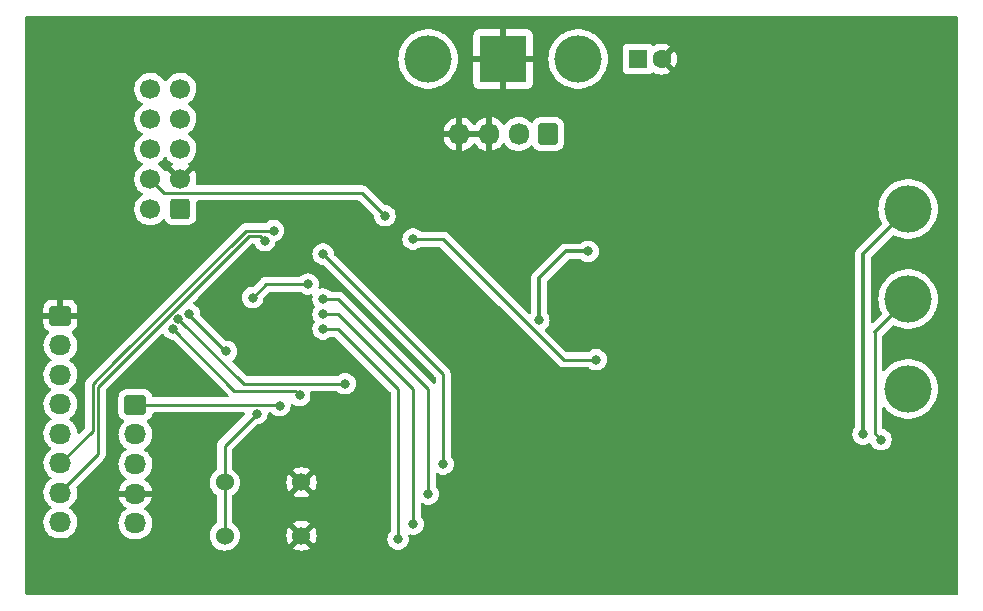
<source format=gbr>
G04 #@! TF.GenerationSoftware,KiCad,Pcbnew,(6.0.7)*
G04 #@! TF.CreationDate,2023-09-02T21:04:06+09:00*
G04 #@! TF.ProjectId,MD_DRV8332,4d445f44-5256-4383-9333-322e6b696361,rev?*
G04 #@! TF.SameCoordinates,Original*
G04 #@! TF.FileFunction,Copper,L2,Bot*
G04 #@! TF.FilePolarity,Positive*
%FSLAX46Y46*%
G04 Gerber Fmt 4.6, Leading zero omitted, Abs format (unit mm)*
G04 Created by KiCad (PCBNEW (6.0.7)) date 2023-09-02 21:04:06*
%MOMM*%
%LPD*%
G01*
G04 APERTURE LIST*
G04 Aperture macros list*
%AMRoundRect*
0 Rectangle with rounded corners*
0 $1 Rounding radius*
0 $2 $3 $4 $5 $6 $7 $8 $9 X,Y pos of 4 corners*
0 Add a 4 corners polygon primitive as box body*
4,1,4,$2,$3,$4,$5,$6,$7,$8,$9,$2,$3,0*
0 Add four circle primitives for the rounded corners*
1,1,$1+$1,$2,$3*
1,1,$1+$1,$4,$5*
1,1,$1+$1,$6,$7*
1,1,$1+$1,$8,$9*
0 Add four rect primitives between the rounded corners*
20,1,$1+$1,$2,$3,$4,$5,0*
20,1,$1+$1,$4,$5,$6,$7,0*
20,1,$1+$1,$6,$7,$8,$9,0*
20,1,$1+$1,$8,$9,$2,$3,0*%
G04 Aperture macros list end*
G04 #@! TA.AperFunction,ComponentPad*
%ADD10C,1.524000*%
G04 #@! TD*
G04 #@! TA.AperFunction,ComponentPad*
%ADD11RoundRect,0.250000X-0.675000X0.600000X-0.675000X-0.600000X0.675000X-0.600000X0.675000X0.600000X0*%
G04 #@! TD*
G04 #@! TA.AperFunction,ComponentPad*
%ADD12O,1.850000X1.700000*%
G04 #@! TD*
G04 #@! TA.AperFunction,ComponentPad*
%ADD13C,4.000000*%
G04 #@! TD*
G04 #@! TA.AperFunction,ComponentPad*
%ADD14RoundRect,0.250000X0.600000X0.675000X-0.600000X0.675000X-0.600000X-0.675000X0.600000X-0.675000X0*%
G04 #@! TD*
G04 #@! TA.AperFunction,ComponentPad*
%ADD15O,1.700000X1.850000*%
G04 #@! TD*
G04 #@! TA.AperFunction,ComponentPad*
%ADD16R,1.600000X1.600000*%
G04 #@! TD*
G04 #@! TA.AperFunction,ComponentPad*
%ADD17C,1.600000*%
G04 #@! TD*
G04 #@! TA.AperFunction,ComponentPad*
%ADD18RoundRect,0.250000X0.600000X0.600000X-0.600000X0.600000X-0.600000X-0.600000X0.600000X-0.600000X0*%
G04 #@! TD*
G04 #@! TA.AperFunction,ComponentPad*
%ADD19C,1.700000*%
G04 #@! TD*
G04 #@! TA.AperFunction,ComponentPad*
%ADD20R,4.000000X4.000000*%
G04 #@! TD*
G04 #@! TA.AperFunction,ViaPad*
%ADD21C,0.800000*%
G04 #@! TD*
G04 #@! TA.AperFunction,Conductor*
%ADD22C,0.250000*%
G04 #@! TD*
G04 #@! TA.AperFunction,Conductor*
%ADD23C,0.300000*%
G04 #@! TD*
G04 APERTURE END LIST*
D10*
X123900000Y-144490000D03*
X117400000Y-144490000D03*
X123900000Y-139990000D03*
X117400000Y-139990000D03*
D11*
X109840000Y-133430000D03*
D12*
X109840000Y-135930000D03*
X109840000Y-138430000D03*
X109840000Y-140930000D03*
X109840000Y-143430000D03*
D13*
X175260000Y-132080000D03*
D11*
X103490000Y-125870000D03*
D12*
X103490000Y-128370000D03*
X103490000Y-130870000D03*
X103490000Y-133370000D03*
X103490000Y-135870000D03*
X103490000Y-138370000D03*
X103490000Y-140870000D03*
X103490000Y-143370000D03*
D14*
X144780000Y-110490000D03*
D15*
X142280000Y-110490000D03*
X139780000Y-110490000D03*
X137280000Y-110490000D03*
D13*
X147320000Y-104140000D03*
D16*
X152400000Y-104140000D03*
D17*
X154400000Y-104140000D03*
D18*
X113647500Y-116840000D03*
D19*
X111107500Y-116840000D03*
X113647500Y-114300000D03*
X111107500Y-114300000D03*
X113647500Y-111760000D03*
X111107500Y-111760000D03*
X113647500Y-109220000D03*
X111107500Y-109220000D03*
X113647500Y-106680000D03*
X111107500Y-106680000D03*
D13*
X175260000Y-116840000D03*
X175260000Y-124460000D03*
D20*
X140970000Y-104140000D03*
D13*
X134620000Y-104140000D03*
D21*
X172631194Y-143423192D03*
X175301398Y-143443891D03*
X177950903Y-139655927D03*
X175301398Y-137441107D03*
X172693292Y-137751596D03*
X172954591Y-136359183D03*
X148065173Y-134707138D03*
X148094224Y-114181812D03*
X176530000Y-128270000D03*
X173990000Y-128270000D03*
X176530000Y-120650000D03*
X173990000Y-120650000D03*
X169545000Y-121285000D03*
X167640000Y-121920000D03*
X165100000Y-121920000D03*
X170180000Y-127000000D03*
X167905000Y-126735000D03*
X166105000Y-126735000D03*
X166282746Y-125550160D03*
X117306926Y-125971447D03*
X114033583Y-129643496D03*
X111218484Y-131630624D03*
X121828003Y-130247483D03*
X124164719Y-127110396D03*
X127000000Y-142240000D03*
X156210000Y-146050000D03*
X154940000Y-138430000D03*
X130680802Y-110428908D03*
X131933286Y-123979755D03*
X128424762Y-120284938D03*
X137273694Y-122458360D03*
X141651587Y-126774155D03*
X133982513Y-120781720D03*
X136404326Y-128388697D03*
X142831445Y-124569684D03*
X144477036Y-119819205D03*
X137894672Y-119757107D03*
X147466749Y-122766815D03*
X146112500Y-123485000D03*
X148645097Y-118135040D03*
X152588305Y-117824551D03*
X152402012Y-112980925D03*
X149203977Y-109751841D03*
X144267204Y-116334205D03*
X133958975Y-111987361D03*
X136970716Y-116365253D03*
X141131267Y-112204703D03*
X136442885Y-106864295D03*
X133927926Y-107236881D03*
X128556469Y-113757147D03*
X123060816Y-109068766D03*
X119117608Y-105436046D03*
X115143351Y-107919957D03*
X127128220Y-109472401D03*
X127780247Y-100996056D03*
X118993412Y-101027105D03*
X108033156Y-100965007D03*
X112317902Y-105063459D03*
X107443227Y-116272107D03*
X107443227Y-109565548D03*
X101078206Y-113415609D03*
X107536374Y-123133910D03*
X105518196Y-130275154D03*
X110237627Y-125835163D03*
X105114561Y-134684095D03*
X100922962Y-141980583D03*
X101171353Y-132262282D03*
X101047157Y-123754888D03*
X105425050Y-140490237D03*
X107877912Y-143533027D03*
X105518196Y-143346734D03*
X107940009Y-138130521D03*
X111324338Y-139527721D03*
X111448533Y-142166876D03*
X115298595Y-138534157D03*
X122719278Y-134870389D03*
X110951751Y-148966582D03*
X118651875Y-138565206D03*
X113466711Y-143564076D03*
X116043768Y-141080165D03*
X116043768Y-145768547D03*
X103624214Y-145302814D03*
X123495501Y-149059729D03*
X130667793Y-144930227D03*
X130916184Y-138658352D03*
X129270593Y-132665918D03*
X125948362Y-132914309D03*
X133555339Y-149090778D03*
X137094912Y-134435704D03*
X137188059Y-131765500D03*
X141814342Y-137447446D03*
X142031685Y-143905614D03*
X135294077Y-143781418D03*
X142155880Y-148904484D03*
X138088476Y-147103649D03*
X133679535Y-145302814D03*
X147806777Y-148904484D03*
X147589435Y-141359605D03*
X163082828Y-142508414D03*
X170068827Y-139341428D03*
X162989682Y-135180877D03*
X152805647Y-134249411D03*
X150259639Y-135211926D03*
X148117266Y-131113474D03*
X152743550Y-131206620D03*
X154140750Y-129623127D03*
X161033602Y-129654176D03*
X167429672Y-132945358D03*
X170099876Y-134963535D03*
X166063521Y-148966582D03*
X178979857Y-135832904D03*
X179070000Y-128270000D03*
X179070000Y-120650000D03*
X173718552Y-112009397D03*
X170085832Y-114462259D03*
X166887797Y-117939734D03*
X165024864Y-113934428D03*
X162540953Y-115952605D03*
X157573132Y-110674295D03*
X165118011Y-106203255D03*
X173935894Y-106389549D03*
X178934764Y-112319886D03*
X169433806Y-101049141D03*
X159591309Y-101142287D03*
X153816217Y-105861718D03*
X153909363Y-102384243D03*
X149127835Y-101670118D03*
X145029382Y-102166900D03*
X144718893Y-106793184D03*
X142731765Y-108625068D03*
X141055125Y-107072624D03*
X143321694Y-101111238D03*
X138757508Y-101204385D03*
X137950237Y-104060882D03*
X134441713Y-101111238D03*
X131678362Y-104837105D03*
X122239501Y-114275965D03*
X115563991Y-114307014D03*
X113049736Y-123098003D03*
X118054801Y-122091727D03*
X178539164Y-148872444D03*
X101270148Y-148770284D03*
X101073836Y-101151961D03*
X178683168Y-101309764D03*
X119766831Y-124349158D03*
X124460000Y-123190000D03*
X125730000Y-127000000D03*
X132080000Y-144780000D03*
X125730000Y-125730000D03*
X133350000Y-143510000D03*
X125730000Y-124460000D03*
X134620000Y-140970000D03*
X135890000Y-138430000D03*
X125730000Y-120650000D03*
X122063861Y-133493861D03*
X121533613Y-118671179D03*
X120787098Y-119514751D03*
X123748742Y-132624944D03*
X113015971Y-126997673D03*
X127588922Y-131632622D03*
X113476909Y-126110801D03*
X117541101Y-128889640D03*
X114384033Y-125691122D03*
X130964591Y-117408816D03*
X120115138Y-134154500D03*
X143995891Y-126249698D03*
X148159345Y-120429914D03*
X133350000Y-119380000D03*
X148840925Y-129588271D03*
X171450000Y-135890000D03*
D22*
X172432954Y-135837546D02*
X172432954Y-127287046D01*
X172954591Y-136359183D02*
X172432954Y-135837546D01*
X120925989Y-123190000D02*
X124460000Y-123190000D01*
X119766831Y-124349158D02*
X120925989Y-123190000D01*
X132080000Y-144780000D02*
X132080000Y-132080000D01*
X132080000Y-132080000D02*
X127000000Y-127000000D01*
X127000000Y-127000000D02*
X125730000Y-127000000D01*
X133350000Y-133350000D02*
X133350000Y-132080000D01*
X127000000Y-125730000D02*
X125730000Y-125730000D01*
X133350000Y-143510000D02*
X133350000Y-133350000D01*
X133350000Y-132080000D02*
X127000000Y-125730000D01*
X127000000Y-124460000D02*
X125730000Y-124460000D01*
X128270000Y-125730000D02*
X127000000Y-124460000D01*
X134620000Y-140970000D02*
X134620000Y-132080000D01*
X134620000Y-132080000D02*
X128270000Y-125730000D01*
X135890000Y-130810000D02*
X125730000Y-120650000D01*
X135890000Y-138430000D02*
X135890000Y-130810000D01*
X118226594Y-132208296D02*
X123332094Y-132208296D01*
X113015971Y-126997673D02*
X118226594Y-132208296D01*
X122000000Y-133430000D02*
X122063861Y-133493861D01*
X109840000Y-133430000D02*
X122000000Y-133430000D01*
X117400000Y-136869638D02*
X120115138Y-134154500D01*
X117400000Y-139990000D02*
X117400000Y-136869638D01*
X123332094Y-132208296D02*
X123748742Y-132624944D01*
X119224942Y-118671179D02*
X121533613Y-118671179D01*
X108151501Y-129744620D02*
X119224942Y-118671179D01*
X103490000Y-140795000D02*
X103490000Y-140870000D01*
X106680000Y-137605000D02*
X103490000Y-140795000D01*
X106680000Y-131883112D02*
X106680000Y-137605000D01*
X119442432Y-119120680D02*
X106680000Y-131883112D01*
X120787098Y-119514751D02*
X120784751Y-119514751D01*
X106210371Y-131685750D02*
X108151501Y-129744620D01*
X106210371Y-134574447D02*
X106210371Y-131685750D01*
X106210371Y-135649629D02*
X106210371Y-134574447D01*
X120784751Y-119514751D02*
X120390680Y-119120680D01*
X103490000Y-138370000D02*
X106210371Y-135649629D01*
X120390680Y-119120680D02*
X119442432Y-119120680D01*
X114384033Y-125814033D02*
X114384033Y-125691122D01*
X117459640Y-128889640D02*
X114384033Y-125814033D01*
X117541101Y-128889640D02*
X117459640Y-128889640D01*
X118998730Y-131632622D02*
X113476909Y-126110801D01*
X127588922Y-131632622D02*
X118998730Y-131632622D01*
X112282500Y-115475000D02*
X129030775Y-115475000D01*
X129030775Y-115475000D02*
X130964591Y-117408816D01*
X111107500Y-114300000D02*
X112282500Y-115475000D01*
X117400000Y-139990000D02*
X117400000Y-144490000D01*
D23*
X143995891Y-122704109D02*
X143995891Y-126249698D01*
X146270086Y-120429914D02*
X143995891Y-122704109D01*
X148159345Y-120429914D02*
X146270086Y-120429914D01*
D22*
X135890000Y-119380000D02*
X133350000Y-119380000D01*
X146050000Y-129540000D02*
X135890000Y-119380000D01*
X148840925Y-129588271D02*
X146098271Y-129588271D01*
X146098271Y-129588271D02*
X146050000Y-129540000D01*
D23*
X172432954Y-127287046D02*
X175260000Y-124460000D01*
X171450000Y-120650000D02*
X171450000Y-135890000D01*
X175260000Y-116840000D02*
X171450000Y-120650000D01*
G04 #@! TA.AperFunction,Conductor*
G36*
X179433621Y-100528502D02*
G01*
X179480114Y-100582158D01*
X179491500Y-100634500D01*
X179491500Y-149365500D01*
X179471498Y-149433621D01*
X179417842Y-149480114D01*
X179365500Y-149491500D01*
X100634500Y-149491500D01*
X100566379Y-149471498D01*
X100519886Y-149417842D01*
X100508500Y-149365500D01*
X100508500Y-143305774D01*
X102053102Y-143305774D01*
X102053302Y-143311103D01*
X102053302Y-143311105D01*
X102057398Y-143420209D01*
X102061751Y-143536158D01*
X102109093Y-143761791D01*
X102111051Y-143766750D01*
X102111052Y-143766752D01*
X102153909Y-143875271D01*
X102193776Y-143976221D01*
X102196543Y-143980780D01*
X102196544Y-143980783D01*
X102255219Y-144077476D01*
X102313377Y-144173317D01*
X102316874Y-144177347D01*
X102455503Y-144337103D01*
X102464477Y-144347445D01*
X102468608Y-144350832D01*
X102638627Y-144490240D01*
X102638633Y-144490244D01*
X102642755Y-144493624D01*
X102647391Y-144496263D01*
X102647394Y-144496265D01*
X102756422Y-144558327D01*
X102843114Y-144607675D01*
X103059825Y-144686337D01*
X103065074Y-144687286D01*
X103065077Y-144687287D01*
X103282608Y-144726623D01*
X103282615Y-144726624D01*
X103286692Y-144727361D01*
X103304414Y-144728197D01*
X103309356Y-144728430D01*
X103309363Y-144728430D01*
X103310844Y-144728500D01*
X103622890Y-144728500D01*
X103689809Y-144722822D01*
X103789409Y-144714371D01*
X103789413Y-144714370D01*
X103794720Y-144713920D01*
X103799875Y-144712582D01*
X103799881Y-144712581D01*
X104012703Y-144657343D01*
X104012707Y-144657342D01*
X104017872Y-144656001D01*
X104022738Y-144653809D01*
X104022741Y-144653808D01*
X104169629Y-144587640D01*
X104228075Y-144561312D01*
X104419319Y-144432559D01*
X104586135Y-144273424D01*
X104608730Y-144243056D01*
X104664010Y-144168757D01*
X104723754Y-144088458D01*
X104738587Y-144059285D01*
X104825822Y-143887704D01*
X104828240Y-143882949D01*
X104837750Y-143852324D01*
X104895024Y-143667871D01*
X104896607Y-143662773D01*
X104906143Y-143590827D01*
X104926198Y-143439511D01*
X104926198Y-143439506D01*
X104926898Y-143434226D01*
X104924328Y-143365774D01*
X108403102Y-143365774D01*
X108411751Y-143596158D01*
X108459093Y-143821791D01*
X108461051Y-143826750D01*
X108461052Y-143826752D01*
X108484956Y-143887279D01*
X108543776Y-144036221D01*
X108546543Y-144040780D01*
X108546544Y-144040783D01*
X108633423Y-144183955D01*
X108663377Y-144233317D01*
X108666874Y-144237347D01*
X108810378Y-144402721D01*
X108814477Y-144407445D01*
X108845106Y-144432559D01*
X108988627Y-144550240D01*
X108988633Y-144550244D01*
X108992755Y-144553624D01*
X108997391Y-144556263D01*
X108997394Y-144556265D01*
X109083066Y-144605032D01*
X109193114Y-144667675D01*
X109409825Y-144746337D01*
X109415074Y-144747286D01*
X109415077Y-144747287D01*
X109632608Y-144786623D01*
X109632615Y-144786624D01*
X109636692Y-144787361D01*
X109654414Y-144788197D01*
X109659356Y-144788430D01*
X109659363Y-144788430D01*
X109660844Y-144788500D01*
X109972890Y-144788500D01*
X110039809Y-144782822D01*
X110139409Y-144774371D01*
X110139413Y-144774370D01*
X110144720Y-144773920D01*
X110149875Y-144772582D01*
X110149881Y-144772581D01*
X110362703Y-144717343D01*
X110362707Y-144717342D01*
X110367872Y-144716001D01*
X110372738Y-144713809D01*
X110372741Y-144713808D01*
X110573202Y-144623507D01*
X110578075Y-144621312D01*
X110769319Y-144492559D01*
X110936135Y-144333424D01*
X111073754Y-144148458D01*
X111085447Y-144125461D01*
X111159004Y-143980783D01*
X111178240Y-143942949D01*
X111198454Y-143877852D01*
X111245024Y-143727871D01*
X111246607Y-143722773D01*
X111250505Y-143693365D01*
X111276198Y-143499511D01*
X111276198Y-143499506D01*
X111276898Y-143494226D01*
X111274646Y-143434226D01*
X111269625Y-143300489D01*
X111268249Y-143263842D01*
X111220907Y-143038209D01*
X111195177Y-142973056D01*
X111138185Y-142828744D01*
X111138184Y-142828742D01*
X111136224Y-142823779D01*
X111016623Y-142626683D01*
X110929755Y-142526576D01*
X110869023Y-142456588D01*
X110869021Y-142456586D01*
X110865523Y-142452555D01*
X110823970Y-142418484D01*
X110691373Y-142309760D01*
X110691367Y-142309756D01*
X110687245Y-142306376D01*
X110682602Y-142303733D01*
X110655265Y-142288171D01*
X110605959Y-142237088D01*
X110592098Y-142167458D01*
X110618082Y-142101387D01*
X110647232Y-142074149D01*
X110764578Y-141995148D01*
X110772870Y-141988481D01*
X110931900Y-141836772D01*
X110938941Y-141828814D01*
X111070141Y-141652475D01*
X111075745Y-141643438D01*
X111175357Y-141447516D01*
X111179357Y-141437665D01*
X111244534Y-141227760D01*
X111246817Y-141217376D01*
X111248861Y-141201957D01*
X111246665Y-141187793D01*
X111233478Y-141184000D01*
X108448808Y-141184000D01*
X108435277Y-141187973D01*
X108433752Y-141198580D01*
X108458477Y-141316421D01*
X108461537Y-141326617D01*
X108542263Y-141531029D01*
X108546994Y-141540561D01*
X108661016Y-141728462D01*
X108667280Y-141737052D01*
X108811327Y-141903052D01*
X108818958Y-141910472D01*
X108988911Y-142049826D01*
X108997674Y-142055848D01*
X109024711Y-142071238D01*
X109074018Y-142122320D01*
X109087880Y-142191951D01*
X109061897Y-142258022D01*
X109032747Y-142285261D01*
X109001384Y-142306376D01*
X108910681Y-142367441D01*
X108743865Y-142526576D01*
X108606246Y-142711542D01*
X108501760Y-142917051D01*
X108500178Y-142922145D01*
X108500177Y-142922148D01*
X108453607Y-143072129D01*
X108433393Y-143137227D01*
X108432692Y-143142516D01*
X108410348Y-143311105D01*
X108403102Y-143365774D01*
X104924328Y-143365774D01*
X104918249Y-143203842D01*
X104903327Y-143132721D01*
X104872002Y-142983428D01*
X104870907Y-142978209D01*
X104866936Y-142968153D01*
X104788185Y-142768744D01*
X104788184Y-142768742D01*
X104786224Y-142763779D01*
X104751928Y-142707260D01*
X104669390Y-142571243D01*
X104666623Y-142566683D01*
X104579755Y-142466576D01*
X104519023Y-142396588D01*
X104519021Y-142396586D01*
X104515523Y-142392555D01*
X104473970Y-142358484D01*
X104341373Y-142249760D01*
X104341367Y-142249756D01*
X104337245Y-142246376D01*
X104305750Y-142228448D01*
X104256445Y-142177368D01*
X104242583Y-142107738D01*
X104268566Y-142041667D01*
X104297716Y-142014427D01*
X104336255Y-141988481D01*
X104419319Y-141932559D01*
X104477426Y-141877128D01*
X104512769Y-141843412D01*
X104586135Y-141773424D01*
X104723754Y-141588458D01*
X104752953Y-141531029D01*
X104825822Y-141387704D01*
X104828240Y-141382949D01*
X104864321Y-141266752D01*
X104895024Y-141167871D01*
X104896607Y-141162773D01*
X104911716Y-141048777D01*
X104926198Y-140939511D01*
X104926198Y-140939506D01*
X104926898Y-140934226D01*
X104918249Y-140703842D01*
X104870907Y-140478209D01*
X104853656Y-140434526D01*
X104847238Y-140363823D01*
X104881753Y-140299151D01*
X107072247Y-138108657D01*
X107080537Y-138101113D01*
X107087018Y-138097000D01*
X107133659Y-138047332D01*
X107136413Y-138044491D01*
X107156134Y-138024770D01*
X107158612Y-138021575D01*
X107166318Y-138012553D01*
X107191158Y-137986101D01*
X107196586Y-137980321D01*
X107206346Y-137962568D01*
X107217199Y-137946045D01*
X107224753Y-137936306D01*
X107229613Y-137930041D01*
X107247176Y-137889457D01*
X107252383Y-137878827D01*
X107273695Y-137840060D01*
X107275666Y-137832383D01*
X107275668Y-137832378D01*
X107278732Y-137820442D01*
X107285138Y-137801730D01*
X107290033Y-137790419D01*
X107293181Y-137783145D01*
X107294421Y-137775317D01*
X107294423Y-137775310D01*
X107300099Y-137739476D01*
X107302505Y-137727856D01*
X107311528Y-137692711D01*
X107311528Y-137692710D01*
X107313500Y-137685030D01*
X107313500Y-137664776D01*
X107315051Y-137645065D01*
X107316980Y-137632886D01*
X107318220Y-137625057D01*
X107314059Y-137581038D01*
X107313500Y-137569181D01*
X107313500Y-132197706D01*
X107333502Y-132129585D01*
X107350405Y-132108611D01*
X112031784Y-127427232D01*
X112094096Y-127393206D01*
X112164911Y-127398271D01*
X112221747Y-127440818D01*
X112229998Y-127453327D01*
X112276931Y-127534617D01*
X112281349Y-127539524D01*
X112281350Y-127539525D01*
X112383975Y-127653502D01*
X112404718Y-127676539D01*
X112559219Y-127788791D01*
X112565247Y-127791475D01*
X112565249Y-127791476D01*
X112570476Y-127793803D01*
X112733683Y-127866467D01*
X112827083Y-127886320D01*
X112914027Y-127904801D01*
X112914032Y-127904801D01*
X112920484Y-127906173D01*
X112976377Y-127906173D01*
X113044498Y-127926175D01*
X113065472Y-127943078D01*
X117703799Y-132581405D01*
X117737825Y-132643717D01*
X117732760Y-132714532D01*
X117690213Y-132771368D01*
X117623693Y-132796179D01*
X117614704Y-132796500D01*
X111388856Y-132796500D01*
X111320735Y-132776498D01*
X111274242Y-132722842D01*
X111263529Y-132683504D01*
X111262526Y-132673834D01*
X111226778Y-132566683D01*
X111208868Y-132513002D01*
X111206550Y-132506054D01*
X111113478Y-132355652D01*
X110988303Y-132230695D01*
X110979994Y-132225573D01*
X110843968Y-132141725D01*
X110843966Y-132141724D01*
X110837738Y-132137885D01*
X110677254Y-132084655D01*
X110676389Y-132084368D01*
X110676387Y-132084368D01*
X110669861Y-132082203D01*
X110663025Y-132081503D01*
X110663022Y-132081502D01*
X110619969Y-132077091D01*
X110565400Y-132071500D01*
X109114600Y-132071500D01*
X109111354Y-132071837D01*
X109111350Y-132071837D01*
X109015692Y-132081762D01*
X109015688Y-132081763D01*
X109008834Y-132082474D01*
X109002298Y-132084655D01*
X109002296Y-132084655D01*
X108930492Y-132108611D01*
X108841054Y-132138450D01*
X108690652Y-132231522D01*
X108565695Y-132356697D01*
X108561855Y-132362927D01*
X108561854Y-132362928D01*
X108478144Y-132498731D01*
X108472885Y-132507262D01*
X108470581Y-132514209D01*
X108423453Y-132656297D01*
X108417203Y-132675139D01*
X108406500Y-132779600D01*
X108406500Y-134080400D01*
X108406837Y-134083646D01*
X108406837Y-134083650D01*
X108416487Y-134176651D01*
X108417474Y-134186166D01*
X108419655Y-134192702D01*
X108419655Y-134192704D01*
X108463728Y-134324806D01*
X108473450Y-134353946D01*
X108566522Y-134504348D01*
X108691697Y-134629305D01*
X108837340Y-134719081D01*
X108884832Y-134771852D01*
X108896256Y-134841924D01*
X108867982Y-134907048D01*
X108858195Y-134917510D01*
X108743865Y-135026576D01*
X108606246Y-135211542D01*
X108501760Y-135417051D01*
X108500178Y-135422145D01*
X108500177Y-135422148D01*
X108453663Y-135571946D01*
X108433393Y-135637227D01*
X108432692Y-135642516D01*
X108409523Y-135817331D01*
X108403102Y-135865774D01*
X108411751Y-136096158D01*
X108459093Y-136321791D01*
X108461051Y-136326750D01*
X108461052Y-136326752D01*
X108529972Y-136501266D01*
X108543776Y-136536221D01*
X108546543Y-136540780D01*
X108546544Y-136540783D01*
X108631702Y-136681118D01*
X108663377Y-136733317D01*
X108666874Y-136737347D01*
X108808915Y-136901035D01*
X108814477Y-136907445D01*
X108818608Y-136910832D01*
X108988627Y-137050240D01*
X108988633Y-137050244D01*
X108992755Y-137053624D01*
X109024250Y-137071552D01*
X109073555Y-137122632D01*
X109087417Y-137192262D01*
X109061434Y-137258333D01*
X109032284Y-137285573D01*
X108910681Y-137367441D01*
X108743865Y-137526576D01*
X108606246Y-137711542D01*
X108603830Y-137716293D01*
X108603828Y-137716297D01*
X108587822Y-137747779D01*
X108501760Y-137917051D01*
X108500178Y-137922145D01*
X108500177Y-137922148D01*
X108461749Y-138045905D01*
X108433393Y-138137227D01*
X108432692Y-138142516D01*
X108410348Y-138311105D01*
X108403102Y-138365774D01*
X108411751Y-138596158D01*
X108459093Y-138821791D01*
X108461051Y-138826750D01*
X108461052Y-138826752D01*
X108536154Y-139016920D01*
X108543776Y-139036221D01*
X108546543Y-139040780D01*
X108546544Y-139040783D01*
X108636045Y-139188276D01*
X108663377Y-139233317D01*
X108666874Y-139237347D01*
X108766646Y-139352324D01*
X108814477Y-139407445D01*
X108818608Y-139410832D01*
X108988627Y-139550240D01*
X108988633Y-139550244D01*
X108992755Y-139553624D01*
X108997398Y-139556267D01*
X109024735Y-139571829D01*
X109074041Y-139622912D01*
X109087902Y-139692542D01*
X109061918Y-139758613D01*
X109032768Y-139785851D01*
X108915422Y-139864852D01*
X108907130Y-139871519D01*
X108748100Y-140023228D01*
X108741059Y-140031186D01*
X108609859Y-140207525D01*
X108604255Y-140216562D01*
X108504643Y-140412484D01*
X108500643Y-140422335D01*
X108435466Y-140632240D01*
X108433183Y-140642624D01*
X108431139Y-140658043D01*
X108433335Y-140672207D01*
X108446522Y-140676000D01*
X111231192Y-140676000D01*
X111244723Y-140672027D01*
X111246248Y-140661420D01*
X111221523Y-140543579D01*
X111218463Y-140533383D01*
X111137737Y-140328971D01*
X111133006Y-140319439D01*
X111018984Y-140131538D01*
X111012720Y-140122948D01*
X110868673Y-139956948D01*
X110861042Y-139949528D01*
X110691089Y-139810174D01*
X110682326Y-139804152D01*
X110655289Y-139788762D01*
X110605982Y-139737680D01*
X110592120Y-139668049D01*
X110618103Y-139601978D01*
X110647253Y-139574739D01*
X110700532Y-139538869D01*
X110769319Y-139492559D01*
X110936135Y-139333424D01*
X110964084Y-139295860D01*
X111070568Y-139152740D01*
X111073754Y-139148458D01*
X111091910Y-139112749D01*
X111140631Y-139016920D01*
X111178240Y-138942949D01*
X111196198Y-138885117D01*
X111245024Y-138727871D01*
X111246607Y-138722773D01*
X111261108Y-138613365D01*
X111276198Y-138499511D01*
X111276198Y-138499506D01*
X111276898Y-138494226D01*
X111274646Y-138434226D01*
X111268449Y-138269173D01*
X111268249Y-138263842D01*
X111220907Y-138038209D01*
X111215600Y-138024770D01*
X111138185Y-137828744D01*
X111138184Y-137828742D01*
X111136224Y-137823779D01*
X111122845Y-137801730D01*
X111019390Y-137631243D01*
X111016623Y-137626683D01*
X110977015Y-137581039D01*
X110869023Y-137456588D01*
X110869021Y-137456586D01*
X110865523Y-137452555D01*
X110776426Y-137379500D01*
X110691373Y-137309760D01*
X110691367Y-137309756D01*
X110687245Y-137306376D01*
X110655750Y-137288448D01*
X110606445Y-137237368D01*
X110592583Y-137167738D01*
X110618566Y-137101667D01*
X110647716Y-137074427D01*
X110683642Y-137050240D01*
X110769319Y-136992559D01*
X110936135Y-136833424D01*
X110946287Y-136819780D01*
X111070568Y-136652740D01*
X111073754Y-136648458D01*
X111076909Y-136642254D01*
X111159004Y-136480783D01*
X111178240Y-136442949D01*
X111182660Y-136428717D01*
X111245024Y-136227871D01*
X111246607Y-136222773D01*
X111254532Y-136162977D01*
X111276198Y-135999511D01*
X111276198Y-135999506D01*
X111276898Y-135994226D01*
X111276436Y-135981904D01*
X111268449Y-135769173D01*
X111268249Y-135763842D01*
X111220907Y-135538209D01*
X111218948Y-135533248D01*
X111138185Y-135328744D01*
X111138184Y-135328742D01*
X111136224Y-135323779D01*
X111111699Y-135283362D01*
X111019390Y-135131243D01*
X111016623Y-135126683D01*
X110961061Y-135062653D01*
X110869023Y-134956588D01*
X110869021Y-134956586D01*
X110865523Y-134952555D01*
X110829880Y-134923330D01*
X110789886Y-134864671D01*
X110787954Y-134793701D01*
X110824698Y-134732952D01*
X110843468Y-134718752D01*
X110983120Y-134632332D01*
X110989348Y-134628478D01*
X111114305Y-134503303D01*
X111156076Y-134435539D01*
X111203275Y-134358968D01*
X111203276Y-134358966D01*
X111207115Y-134352738D01*
X111262797Y-134184861D01*
X111263498Y-134178020D01*
X111263499Y-134178015D01*
X111263639Y-134176651D01*
X111263960Y-134175864D01*
X111264941Y-134171290D01*
X111265757Y-134171465D01*
X111290483Y-134110925D01*
X111348600Y-134070146D01*
X111388982Y-134063500D01*
X119006044Y-134063500D01*
X119074165Y-134083502D01*
X119120658Y-134137158D01*
X119130762Y-134207432D01*
X119101268Y-134272012D01*
X119095140Y-134278594D01*
X118049954Y-135323779D01*
X117007747Y-136365986D01*
X116999461Y-136373526D01*
X116992982Y-136377638D01*
X116987557Y-136383415D01*
X116946357Y-136427289D01*
X116943602Y-136430131D01*
X116923865Y-136449868D01*
X116921385Y-136453065D01*
X116913682Y-136462085D01*
X116883414Y-136494317D01*
X116879595Y-136501263D01*
X116879593Y-136501266D01*
X116873652Y-136512072D01*
X116862801Y-136528591D01*
X116850386Y-136544597D01*
X116847241Y-136551866D01*
X116847238Y-136551870D01*
X116832826Y-136585175D01*
X116827609Y-136595825D01*
X116806305Y-136634578D01*
X116804334Y-136642253D01*
X116804334Y-136642254D01*
X116801267Y-136654200D01*
X116794863Y-136672904D01*
X116791309Y-136681118D01*
X116786819Y-136691493D01*
X116785580Y-136699316D01*
X116785577Y-136699326D01*
X116779901Y-136735162D01*
X116777495Y-136746782D01*
X116774411Y-136758794D01*
X116766500Y-136789608D01*
X116766500Y-136809862D01*
X116764949Y-136829572D01*
X116761780Y-136849581D01*
X116762526Y-136857473D01*
X116765941Y-136893599D01*
X116766500Y-136905457D01*
X116766500Y-138816996D01*
X116746498Y-138885117D01*
X116712771Y-138920209D01*
X116584730Y-139009864D01*
X116584727Y-139009866D01*
X116580219Y-139013023D01*
X116423023Y-139170219D01*
X116419866Y-139174727D01*
X116419864Y-139174730D01*
X116301752Y-139343412D01*
X116295512Y-139352324D01*
X116293189Y-139357306D01*
X116293186Y-139357311D01*
X116228392Y-139496262D01*
X116201560Y-139553804D01*
X116200138Y-139559112D01*
X116200137Y-139559114D01*
X116196730Y-139571829D01*
X116144022Y-139768537D01*
X116124647Y-139990000D01*
X116144022Y-140211463D01*
X116172883Y-140319174D01*
X116183033Y-140357051D01*
X116201560Y-140426196D01*
X116203882Y-140431177D01*
X116203883Y-140431178D01*
X116293186Y-140622689D01*
X116293189Y-140622694D01*
X116295512Y-140627676D01*
X116298668Y-140632183D01*
X116298669Y-140632185D01*
X116416517Y-140800489D01*
X116423023Y-140809781D01*
X116580219Y-140966977D01*
X116584727Y-140970134D01*
X116584730Y-140970136D01*
X116712771Y-141059791D01*
X116757099Y-141115248D01*
X116766500Y-141163004D01*
X116766500Y-143316996D01*
X116746498Y-143385117D01*
X116712771Y-143420209D01*
X116584730Y-143509864D01*
X116584727Y-143509866D01*
X116580219Y-143513023D01*
X116423023Y-143670219D01*
X116419866Y-143674727D01*
X116419864Y-143674730D01*
X116298669Y-143847815D01*
X116295512Y-143852324D01*
X116293189Y-143857306D01*
X116293186Y-143857311D01*
X116235610Y-143980783D01*
X116201560Y-144053804D01*
X116200138Y-144059112D01*
X116200137Y-144059114D01*
X116192274Y-144088458D01*
X116144022Y-144268537D01*
X116124647Y-144490000D01*
X116144022Y-144711463D01*
X116201560Y-144926196D01*
X116203882Y-144931177D01*
X116203883Y-144931178D01*
X116293186Y-145122689D01*
X116293189Y-145122694D01*
X116295512Y-145127676D01*
X116298668Y-145132183D01*
X116298669Y-145132185D01*
X116335107Y-145184223D01*
X116423023Y-145309781D01*
X116580219Y-145466977D01*
X116584727Y-145470134D01*
X116584730Y-145470136D01*
X116660495Y-145523187D01*
X116762323Y-145594488D01*
X116767305Y-145596811D01*
X116767310Y-145596814D01*
X116957810Y-145685645D01*
X116963804Y-145688440D01*
X116969112Y-145689862D01*
X116969114Y-145689863D01*
X117034949Y-145707503D01*
X117178537Y-145745978D01*
X117400000Y-145765353D01*
X117621463Y-145745978D01*
X117765051Y-145707503D01*
X117830886Y-145689863D01*
X117830888Y-145689862D01*
X117836196Y-145688440D01*
X117842190Y-145685645D01*
X118032690Y-145596814D01*
X118032695Y-145596811D01*
X118037677Y-145594488D01*
X118102959Y-145548777D01*
X123205777Y-145548777D01*
X123215074Y-145560793D01*
X123258069Y-145590898D01*
X123267555Y-145596376D01*
X123458993Y-145685645D01*
X123469285Y-145689391D01*
X123673309Y-145744059D01*
X123684104Y-145745962D01*
X123894525Y-145764372D01*
X123905475Y-145764372D01*
X124115896Y-145745962D01*
X124126691Y-145744059D01*
X124330715Y-145689391D01*
X124341007Y-145685645D01*
X124532445Y-145596376D01*
X124541931Y-145590898D01*
X124585764Y-145560207D01*
X124594139Y-145549729D01*
X124587071Y-145536281D01*
X123912812Y-144862022D01*
X123898868Y-144854408D01*
X123897035Y-144854539D01*
X123890420Y-144858790D01*
X123212207Y-145537003D01*
X123205777Y-145548777D01*
X118102959Y-145548777D01*
X118139505Y-145523187D01*
X118215270Y-145470136D01*
X118215273Y-145470134D01*
X118219781Y-145466977D01*
X118376977Y-145309781D01*
X118464894Y-145184223D01*
X118501331Y-145132185D01*
X118501332Y-145132183D01*
X118504488Y-145127676D01*
X118506811Y-145122694D01*
X118506814Y-145122689D01*
X118596117Y-144931178D01*
X118596118Y-144931177D01*
X118598440Y-144926196D01*
X118655978Y-144711463D01*
X118674874Y-144495475D01*
X122625628Y-144495475D01*
X122644038Y-144705896D01*
X122645941Y-144716691D01*
X122700609Y-144920715D01*
X122704355Y-144931007D01*
X122793623Y-145122441D01*
X122799103Y-145131932D01*
X122829794Y-145175765D01*
X122840271Y-145184140D01*
X122853718Y-145177072D01*
X123527978Y-144502812D01*
X123534356Y-144491132D01*
X124264408Y-144491132D01*
X124264539Y-144492965D01*
X124268790Y-144499580D01*
X124947003Y-145177793D01*
X124958777Y-145184223D01*
X124970793Y-145174926D01*
X125000897Y-145131932D01*
X125006377Y-145122441D01*
X125095645Y-144931007D01*
X125099391Y-144920715D01*
X125154059Y-144716691D01*
X125155962Y-144705896D01*
X125174372Y-144495475D01*
X125174372Y-144484525D01*
X125155962Y-144274104D01*
X125154059Y-144263309D01*
X125099391Y-144059285D01*
X125095645Y-144048993D01*
X125006377Y-143857559D01*
X125000897Y-143848068D01*
X124970206Y-143804235D01*
X124959729Y-143795860D01*
X124946282Y-143802928D01*
X124272022Y-144477188D01*
X124264408Y-144491132D01*
X123534356Y-144491132D01*
X123535592Y-144488868D01*
X123535461Y-144487035D01*
X123531210Y-144480420D01*
X122852997Y-143802207D01*
X122841223Y-143795777D01*
X122829207Y-143805074D01*
X122799103Y-143848068D01*
X122793623Y-143857559D01*
X122704355Y-144048993D01*
X122700609Y-144059285D01*
X122645941Y-144263309D01*
X122644038Y-144274104D01*
X122625628Y-144484525D01*
X122625628Y-144495475D01*
X118674874Y-144495475D01*
X118675353Y-144490000D01*
X118655978Y-144268537D01*
X118607726Y-144088458D01*
X118599863Y-144059114D01*
X118599862Y-144059112D01*
X118598440Y-144053804D01*
X118564390Y-143980783D01*
X118506814Y-143857311D01*
X118506811Y-143857306D01*
X118504488Y-143852324D01*
X118501331Y-143847815D01*
X118380136Y-143674730D01*
X118380134Y-143674727D01*
X118376977Y-143670219D01*
X118219781Y-143513023D01*
X118215273Y-143509866D01*
X118215270Y-143509864D01*
X118134275Y-143453151D01*
X118101599Y-143430271D01*
X123205860Y-143430271D01*
X123212928Y-143443718D01*
X123887188Y-144117978D01*
X123901132Y-144125592D01*
X123902965Y-144125461D01*
X123909580Y-144121210D01*
X124587793Y-143442997D01*
X124594223Y-143431223D01*
X124584926Y-143419207D01*
X124541931Y-143389102D01*
X124532445Y-143383624D01*
X124341007Y-143294355D01*
X124330715Y-143290609D01*
X124126691Y-143235941D01*
X124115896Y-143234038D01*
X123905475Y-143215628D01*
X123894525Y-143215628D01*
X123684104Y-143234038D01*
X123673309Y-143235941D01*
X123469285Y-143290609D01*
X123458993Y-143294355D01*
X123267559Y-143383623D01*
X123258068Y-143389103D01*
X123214235Y-143419794D01*
X123205860Y-143430271D01*
X118101599Y-143430271D01*
X118087229Y-143420209D01*
X118042901Y-143364752D01*
X118033500Y-143316996D01*
X118033500Y-141163004D01*
X118053502Y-141094883D01*
X118087229Y-141059791D01*
X118102959Y-141048777D01*
X123205777Y-141048777D01*
X123215074Y-141060793D01*
X123258069Y-141090898D01*
X123267555Y-141096376D01*
X123458993Y-141185645D01*
X123469285Y-141189391D01*
X123673309Y-141244059D01*
X123684104Y-141245962D01*
X123894525Y-141264372D01*
X123905475Y-141264372D01*
X124115896Y-141245962D01*
X124126691Y-141244059D01*
X124330715Y-141189391D01*
X124341007Y-141185645D01*
X124532445Y-141096376D01*
X124541931Y-141090898D01*
X124585764Y-141060207D01*
X124594139Y-141049729D01*
X124587071Y-141036281D01*
X123912812Y-140362022D01*
X123898868Y-140354408D01*
X123897035Y-140354539D01*
X123890420Y-140358790D01*
X123212207Y-141037003D01*
X123205777Y-141048777D01*
X118102959Y-141048777D01*
X118215270Y-140970136D01*
X118215273Y-140970134D01*
X118219781Y-140966977D01*
X118376977Y-140809781D01*
X118383484Y-140800489D01*
X118501331Y-140632185D01*
X118501332Y-140632183D01*
X118504488Y-140627676D01*
X118506811Y-140622694D01*
X118506814Y-140622689D01*
X118596117Y-140431178D01*
X118596118Y-140431177D01*
X118598440Y-140426196D01*
X118616968Y-140357051D01*
X118627117Y-140319174D01*
X118655978Y-140211463D01*
X118674874Y-139995475D01*
X122625628Y-139995475D01*
X122644038Y-140205896D01*
X122645941Y-140216691D01*
X122700609Y-140420715D01*
X122704355Y-140431007D01*
X122793623Y-140622441D01*
X122799103Y-140631932D01*
X122829794Y-140675765D01*
X122840271Y-140684140D01*
X122853718Y-140677072D01*
X123527978Y-140002812D01*
X123534356Y-139991132D01*
X124264408Y-139991132D01*
X124264539Y-139992965D01*
X124268790Y-139999580D01*
X124947003Y-140677793D01*
X124958777Y-140684223D01*
X124970793Y-140674926D01*
X125000897Y-140631932D01*
X125006377Y-140622441D01*
X125095645Y-140431007D01*
X125099391Y-140420715D01*
X125154059Y-140216691D01*
X125155962Y-140205896D01*
X125174372Y-139995475D01*
X125174372Y-139984525D01*
X125155962Y-139774104D01*
X125154059Y-139763309D01*
X125099391Y-139559285D01*
X125095645Y-139548993D01*
X125006377Y-139357559D01*
X125000897Y-139348068D01*
X124970206Y-139304235D01*
X124959729Y-139295860D01*
X124946282Y-139302928D01*
X124272022Y-139977188D01*
X124264408Y-139991132D01*
X123534356Y-139991132D01*
X123535592Y-139988868D01*
X123535461Y-139987035D01*
X123531210Y-139980420D01*
X122852997Y-139302207D01*
X122841223Y-139295777D01*
X122829207Y-139305074D01*
X122799103Y-139348068D01*
X122793623Y-139357559D01*
X122704355Y-139548993D01*
X122700609Y-139559285D01*
X122645941Y-139763309D01*
X122644038Y-139774104D01*
X122625628Y-139984525D01*
X122625628Y-139995475D01*
X118674874Y-139995475D01*
X118675353Y-139990000D01*
X118655978Y-139768537D01*
X118603270Y-139571829D01*
X118599863Y-139559114D01*
X118599862Y-139559112D01*
X118598440Y-139553804D01*
X118571608Y-139496262D01*
X118506814Y-139357311D01*
X118506811Y-139357306D01*
X118504488Y-139352324D01*
X118498248Y-139343412D01*
X118380136Y-139174730D01*
X118380134Y-139174727D01*
X118376977Y-139170219D01*
X118219781Y-139013023D01*
X118215273Y-139009866D01*
X118215270Y-139009864D01*
X118126496Y-138947704D01*
X118101599Y-138930271D01*
X123205860Y-138930271D01*
X123212928Y-138943718D01*
X123887188Y-139617978D01*
X123901132Y-139625592D01*
X123902965Y-139625461D01*
X123909580Y-139621210D01*
X124587793Y-138942997D01*
X124594223Y-138931223D01*
X124584926Y-138919207D01*
X124541931Y-138889102D01*
X124532445Y-138883624D01*
X124341007Y-138794355D01*
X124330715Y-138790609D01*
X124126691Y-138735941D01*
X124115896Y-138734038D01*
X123905475Y-138715628D01*
X123894525Y-138715628D01*
X123684104Y-138734038D01*
X123673309Y-138735941D01*
X123469285Y-138790609D01*
X123458993Y-138794355D01*
X123267559Y-138883623D01*
X123258068Y-138889103D01*
X123214235Y-138919794D01*
X123205860Y-138930271D01*
X118101599Y-138930271D01*
X118087229Y-138920209D01*
X118042901Y-138864752D01*
X118033500Y-138816996D01*
X118033500Y-137184232D01*
X118053502Y-137116111D01*
X118070405Y-137095137D01*
X120065638Y-135099905D01*
X120127950Y-135065879D01*
X120154733Y-135063000D01*
X120210625Y-135063000D01*
X120217077Y-135061628D01*
X120217082Y-135061628D01*
X120304025Y-135043147D01*
X120397426Y-135023294D01*
X120515209Y-134970854D01*
X120565860Y-134948303D01*
X120565862Y-134948302D01*
X120571890Y-134945618D01*
X120726391Y-134833366D01*
X120752417Y-134804461D01*
X120849759Y-134696352D01*
X120849760Y-134696351D01*
X120854178Y-134691444D01*
X120949665Y-134526056D01*
X121008680Y-134344428D01*
X121014646Y-134287664D01*
X121026348Y-134176329D01*
X121053361Y-134110673D01*
X121111583Y-134070043D01*
X121151658Y-134063500D01*
X121298162Y-134063500D01*
X121366283Y-134083502D01*
X121391793Y-134105185D01*
X121452608Y-134172727D01*
X121500375Y-134207432D01*
X121596269Y-134277103D01*
X121607109Y-134284979D01*
X121613137Y-134287663D01*
X121613139Y-134287664D01*
X121775542Y-134359970D01*
X121781573Y-134362655D01*
X121874973Y-134382508D01*
X121961917Y-134400989D01*
X121961922Y-134400989D01*
X121968374Y-134402361D01*
X122159348Y-134402361D01*
X122165800Y-134400989D01*
X122165805Y-134400989D01*
X122252749Y-134382508D01*
X122346149Y-134362655D01*
X122352180Y-134359970D01*
X122514583Y-134287664D01*
X122514585Y-134287663D01*
X122520613Y-134284979D01*
X122531454Y-134277103D01*
X122627347Y-134207432D01*
X122675114Y-134172727D01*
X122691526Y-134154500D01*
X122798482Y-134035713D01*
X122798483Y-134035712D01*
X122802901Y-134030805D01*
X122898388Y-133865417D01*
X122957403Y-133683789D01*
X122961408Y-133645689D01*
X122976675Y-133500426D01*
X122977365Y-133493861D01*
X122976675Y-133487294D01*
X122972082Y-133443591D01*
X122984855Y-133373753D01*
X123033357Y-133321907D01*
X123102190Y-133304513D01*
X123171452Y-133328486D01*
X123291990Y-133416062D01*
X123298018Y-133418746D01*
X123298020Y-133418747D01*
X123353821Y-133443591D01*
X123466454Y-133493738D01*
X123559854Y-133513591D01*
X123646798Y-133532072D01*
X123646803Y-133532072D01*
X123653255Y-133533444D01*
X123844229Y-133533444D01*
X123850681Y-133532072D01*
X123850686Y-133532072D01*
X123937630Y-133513591D01*
X124031030Y-133493738D01*
X124143663Y-133443591D01*
X124199464Y-133418747D01*
X124199466Y-133418746D01*
X124205494Y-133416062D01*
X124359995Y-133303810D01*
X124364417Y-133298899D01*
X124483363Y-133166796D01*
X124483364Y-133166795D01*
X124487782Y-133161888D01*
X124583269Y-132996500D01*
X124642284Y-132814872D01*
X124646178Y-132777829D01*
X124661556Y-132631509D01*
X124662246Y-132624944D01*
X124653292Y-132539750D01*
X124642974Y-132441579D01*
X124642974Y-132441577D01*
X124642284Y-132435016D01*
X124640244Y-132428739D01*
X124638871Y-132422278D01*
X124640736Y-132421882D01*
X124638971Y-132360090D01*
X124675634Y-132299292D01*
X124739346Y-132267967D01*
X124760831Y-132266122D01*
X126880722Y-132266122D01*
X126948843Y-132286124D01*
X126968069Y-132302465D01*
X126968342Y-132302162D01*
X126973254Y-132306585D01*
X126977669Y-132311488D01*
X126999251Y-132327168D01*
X127098006Y-132398918D01*
X127132170Y-132423740D01*
X127138198Y-132426424D01*
X127138200Y-132426425D01*
X127237990Y-132470854D01*
X127306634Y-132501416D01*
X127400034Y-132521269D01*
X127486978Y-132539750D01*
X127486983Y-132539750D01*
X127493435Y-132541122D01*
X127684409Y-132541122D01*
X127690861Y-132539750D01*
X127690866Y-132539750D01*
X127777810Y-132521269D01*
X127871210Y-132501416D01*
X127939854Y-132470854D01*
X128039644Y-132426425D01*
X128039646Y-132426424D01*
X128045674Y-132423740D01*
X128079839Y-132398918D01*
X128129374Y-132362928D01*
X128200175Y-132311488D01*
X128223013Y-132286124D01*
X128323543Y-132174474D01*
X128323544Y-132174473D01*
X128327962Y-132169566D01*
X128386236Y-132068632D01*
X128420145Y-132009901D01*
X128420146Y-132009900D01*
X128423449Y-132004178D01*
X128482464Y-131822550D01*
X128488925Y-131761082D01*
X128501736Y-131639187D01*
X128502426Y-131632622D01*
X128497371Y-131584527D01*
X128483154Y-131449257D01*
X128483154Y-131449255D01*
X128482464Y-131442694D01*
X128423449Y-131261066D01*
X128327962Y-131095678D01*
X128200175Y-130953756D01*
X128088635Y-130872717D01*
X128051016Y-130845385D01*
X128051015Y-130845384D01*
X128045674Y-130841504D01*
X128039646Y-130838820D01*
X128039644Y-130838819D01*
X127877241Y-130766513D01*
X127877240Y-130766513D01*
X127871210Y-130763828D01*
X127777810Y-130743975D01*
X127690866Y-130725494D01*
X127690861Y-130725494D01*
X127684409Y-130724122D01*
X127493435Y-130724122D01*
X127486983Y-130725494D01*
X127486978Y-130725494D01*
X127400034Y-130743975D01*
X127306634Y-130763828D01*
X127300604Y-130766513D01*
X127300603Y-130766513D01*
X127138200Y-130838819D01*
X127138198Y-130838820D01*
X127132170Y-130841504D01*
X127126829Y-130845384D01*
X127126828Y-130845385D01*
X127089209Y-130872717D01*
X126977669Y-130953756D01*
X126973254Y-130958659D01*
X126968342Y-130963082D01*
X126967217Y-130961833D01*
X126913908Y-130994673D01*
X126880722Y-130999122D01*
X119313324Y-130999122D01*
X119245203Y-130979120D01*
X119224229Y-130962217D01*
X118070266Y-129808254D01*
X118036240Y-129745942D01*
X118041305Y-129675127D01*
X118085299Y-129617224D01*
X118152354Y-129568506D01*
X118157643Y-129562632D01*
X118275722Y-129431492D01*
X118275723Y-129431491D01*
X118280141Y-129426584D01*
X118375628Y-129261196D01*
X118434643Y-129079568D01*
X118452012Y-128914316D01*
X118453915Y-128896205D01*
X118454605Y-128889640D01*
X118437003Y-128722162D01*
X118435333Y-128706275D01*
X118435333Y-128706273D01*
X118434643Y-128699712D01*
X118375628Y-128518084D01*
X118280141Y-128352696D01*
X118152354Y-128210774D01*
X117997853Y-128098522D01*
X117991825Y-128095838D01*
X117991823Y-128095837D01*
X117829420Y-128023531D01*
X117829419Y-128023531D01*
X117823389Y-128020846D01*
X117729988Y-128000993D01*
X117643045Y-127982512D01*
X117643040Y-127982512D01*
X117636588Y-127981140D01*
X117499234Y-127981140D01*
X117431113Y-127961138D01*
X117410139Y-127944235D01*
X115326671Y-125860766D01*
X115292645Y-125798454D01*
X115290456Y-125758502D01*
X115296847Y-125697689D01*
X115296847Y-125697687D01*
X115297537Y-125691122D01*
X115290409Y-125623305D01*
X115278265Y-125507757D01*
X115278265Y-125507755D01*
X115277575Y-125501194D01*
X115218560Y-125319566D01*
X115123073Y-125154178D01*
X115082134Y-125108710D01*
X114999708Y-125017167D01*
X114999707Y-125017166D01*
X114995286Y-125012256D01*
X114840785Y-124900004D01*
X114834757Y-124897320D01*
X114834755Y-124897319D01*
X114813298Y-124887766D01*
X114759202Y-124841786D01*
X114738553Y-124773859D01*
X114757905Y-124705550D01*
X114775452Y-124683564D01*
X115109858Y-124349158D01*
X118853327Y-124349158D01*
X118854017Y-124355723D01*
X118871493Y-124521995D01*
X118873289Y-124539086D01*
X118932304Y-124720714D01*
X119027791Y-124886102D01*
X119032209Y-124891009D01*
X119032210Y-124891010D01*
X119141380Y-125012256D01*
X119155578Y-125028024D01*
X119310079Y-125140276D01*
X119316107Y-125142960D01*
X119316109Y-125142961D01*
X119354146Y-125159896D01*
X119484543Y-125217952D01*
X119577944Y-125237805D01*
X119664887Y-125256286D01*
X119664892Y-125256286D01*
X119671344Y-125257658D01*
X119862318Y-125257658D01*
X119868770Y-125256286D01*
X119868775Y-125256286D01*
X119955718Y-125237805D01*
X120049119Y-125217952D01*
X120179516Y-125159896D01*
X120217553Y-125142961D01*
X120217555Y-125142960D01*
X120223583Y-125140276D01*
X120378084Y-125028024D01*
X120392282Y-125012256D01*
X120501452Y-124891010D01*
X120501453Y-124891009D01*
X120505871Y-124886102D01*
X120601358Y-124720714D01*
X120660373Y-124539086D01*
X120662170Y-124521995D01*
X120677738Y-124373866D01*
X120704751Y-124308209D01*
X120713953Y-124297940D01*
X121151490Y-123860404D01*
X121213802Y-123826379D01*
X121240585Y-123823500D01*
X123751800Y-123823500D01*
X123819921Y-123843502D01*
X123839147Y-123859843D01*
X123839420Y-123859540D01*
X123844332Y-123863963D01*
X123848747Y-123868866D01*
X123854086Y-123872745D01*
X123993011Y-123973680D01*
X124003248Y-123981118D01*
X124009276Y-123983802D01*
X124009278Y-123983803D01*
X124152473Y-124047557D01*
X124177712Y-124058794D01*
X124271112Y-124078647D01*
X124358056Y-124097128D01*
X124358061Y-124097128D01*
X124364513Y-124098500D01*
X124555487Y-124098500D01*
X124561939Y-124097128D01*
X124561944Y-124097128D01*
X124703716Y-124066993D01*
X124774507Y-124072395D01*
X124831139Y-124115212D01*
X124855633Y-124181850D01*
X124849746Y-124229176D01*
X124836458Y-124270072D01*
X124816496Y-124460000D01*
X124817186Y-124466565D01*
X124829399Y-124582761D01*
X124836458Y-124649928D01*
X124895473Y-124831556D01*
X124990960Y-124996944D01*
X125003338Y-125010691D01*
X125034054Y-125074697D01*
X125025290Y-125145150D01*
X125003339Y-125179307D01*
X124990960Y-125193056D01*
X124895473Y-125358444D01*
X124836458Y-125540072D01*
X124835768Y-125546633D01*
X124835768Y-125546635D01*
X124819892Y-125697689D01*
X124816496Y-125730000D01*
X124817186Y-125736565D01*
X124823892Y-125800365D01*
X124836458Y-125919928D01*
X124895473Y-126101556D01*
X124898776Y-126107278D01*
X124898777Y-126107279D01*
X124911015Y-126128475D01*
X124990960Y-126266944D01*
X125003338Y-126280691D01*
X125034054Y-126344697D01*
X125025290Y-126415150D01*
X125003339Y-126449307D01*
X124990960Y-126463056D01*
X124987659Y-126468774D01*
X124900807Y-126619206D01*
X124895473Y-126628444D01*
X124836458Y-126810072D01*
X124835768Y-126816633D01*
X124835768Y-126816635D01*
X124832215Y-126850443D01*
X124816496Y-127000000D01*
X124817186Y-127006565D01*
X124835277Y-127178688D01*
X124836458Y-127189928D01*
X124895473Y-127371556D01*
X124990960Y-127536944D01*
X125118747Y-127678866D01*
X125273248Y-127791118D01*
X125279276Y-127793802D01*
X125279278Y-127793803D01*
X125441681Y-127866109D01*
X125447712Y-127868794D01*
X125541112Y-127888647D01*
X125628056Y-127907128D01*
X125628061Y-127907128D01*
X125634513Y-127908500D01*
X125825487Y-127908500D01*
X125831939Y-127907128D01*
X125831944Y-127907128D01*
X125918888Y-127888647D01*
X126012288Y-127868794D01*
X126018319Y-127866109D01*
X126180722Y-127793803D01*
X126180724Y-127793802D01*
X126186752Y-127791118D01*
X126341253Y-127678866D01*
X126345668Y-127673963D01*
X126350580Y-127669540D01*
X126351705Y-127670789D01*
X126405014Y-127637949D01*
X126438200Y-127633500D01*
X126685406Y-127633500D01*
X126753527Y-127653502D01*
X126774501Y-127670405D01*
X131409595Y-132305500D01*
X131443621Y-132367812D01*
X131446500Y-132394595D01*
X131446500Y-144077476D01*
X131426498Y-144145597D01*
X131414142Y-144161779D01*
X131340960Y-144243056D01*
X131245473Y-144408444D01*
X131186458Y-144590072D01*
X131185768Y-144596633D01*
X131185768Y-144596635D01*
X131172008Y-144727556D01*
X131166496Y-144780000D01*
X131167186Y-144786565D01*
X131181862Y-144926196D01*
X131186458Y-144969928D01*
X131245473Y-145151556D01*
X131340960Y-145316944D01*
X131468747Y-145458866D01*
X131623248Y-145571118D01*
X131629276Y-145573802D01*
X131629278Y-145573803D01*
X131680962Y-145596814D01*
X131797712Y-145648794D01*
X131891113Y-145668647D01*
X131978056Y-145687128D01*
X131978061Y-145687128D01*
X131984513Y-145688500D01*
X132175487Y-145688500D01*
X132181939Y-145687128D01*
X132181944Y-145687128D01*
X132268887Y-145668647D01*
X132362288Y-145648794D01*
X132479038Y-145596814D01*
X132530722Y-145573803D01*
X132530724Y-145573802D01*
X132536752Y-145571118D01*
X132691253Y-145458866D01*
X132819040Y-145316944D01*
X132914527Y-145151556D01*
X132973542Y-144969928D01*
X132978139Y-144926196D01*
X132992814Y-144786565D01*
X132993504Y-144780000D01*
X132987992Y-144727556D01*
X132974232Y-144596635D01*
X132974232Y-144596633D01*
X132973542Y-144590072D01*
X132960254Y-144549176D01*
X132958226Y-144478209D01*
X132994889Y-144417411D01*
X133058601Y-144386085D01*
X133106284Y-144386993D01*
X133248056Y-144417128D01*
X133248061Y-144417128D01*
X133254513Y-144418500D01*
X133445487Y-144418500D01*
X133451939Y-144417128D01*
X133451944Y-144417128D01*
X133538887Y-144398647D01*
X133632288Y-144378794D01*
X133695092Y-144350832D01*
X133800722Y-144303803D01*
X133800724Y-144303802D01*
X133806752Y-144301118D01*
X133843934Y-144274104D01*
X133886667Y-144243056D01*
X133961253Y-144188866D01*
X133993781Y-144152740D01*
X134084621Y-144051852D01*
X134084622Y-144051851D01*
X134089040Y-144046944D01*
X134152024Y-143937852D01*
X134181223Y-143887279D01*
X134181224Y-143887278D01*
X134184527Y-143881556D01*
X134243542Y-143699928D01*
X134246191Y-143674730D01*
X134262814Y-143516565D01*
X134263504Y-143510000D01*
X134250420Y-143385512D01*
X134244232Y-143326635D01*
X134244232Y-143326633D01*
X134243542Y-143320072D01*
X134184527Y-143138444D01*
X134089040Y-142973056D01*
X134015863Y-142891785D01*
X133985147Y-142827779D01*
X133983500Y-142807476D01*
X133983500Y-141874782D01*
X134003502Y-141806661D01*
X134057158Y-141760168D01*
X134127432Y-141750064D01*
X134162730Y-141762282D01*
X134163248Y-141761118D01*
X134337712Y-141838794D01*
X134431112Y-141858647D01*
X134518056Y-141877128D01*
X134518061Y-141877128D01*
X134524513Y-141878500D01*
X134715487Y-141878500D01*
X134721939Y-141877128D01*
X134721944Y-141877128D01*
X134808888Y-141858647D01*
X134902288Y-141838794D01*
X134924704Y-141828814D01*
X135070722Y-141763803D01*
X135070724Y-141763802D01*
X135076752Y-141761118D01*
X135091967Y-141750064D01*
X135203875Y-141668757D01*
X135231253Y-141648866D01*
X135235675Y-141643955D01*
X135354621Y-141511852D01*
X135354622Y-141511851D01*
X135359040Y-141506944D01*
X135430629Y-141382949D01*
X135451223Y-141347279D01*
X135451224Y-141347278D01*
X135454527Y-141341556D01*
X135513542Y-141159928D01*
X135520379Y-141094883D01*
X135532814Y-140976565D01*
X135533504Y-140970000D01*
X135516665Y-140809781D01*
X135514232Y-140786635D01*
X135514232Y-140786633D01*
X135513542Y-140780072D01*
X135454527Y-140598444D01*
X135359040Y-140433056D01*
X135285863Y-140351785D01*
X135255147Y-140287779D01*
X135253500Y-140267476D01*
X135253500Y-139334782D01*
X135273502Y-139266661D01*
X135327158Y-139220168D01*
X135397432Y-139210064D01*
X135432730Y-139222282D01*
X135433248Y-139221118D01*
X135600936Y-139295777D01*
X135607712Y-139298794D01*
X135701112Y-139318647D01*
X135788056Y-139337128D01*
X135788061Y-139337128D01*
X135794513Y-139338500D01*
X135985487Y-139338500D01*
X135991939Y-139337128D01*
X135991944Y-139337128D01*
X136078888Y-139318647D01*
X136172288Y-139298794D01*
X136178878Y-139295860D01*
X136340722Y-139223803D01*
X136340724Y-139223802D01*
X136346752Y-139221118D01*
X136361967Y-139210064D01*
X136440866Y-139152740D01*
X136501253Y-139108866D01*
X136571133Y-139031256D01*
X136624621Y-138971852D01*
X136624622Y-138971851D01*
X136629040Y-138966944D01*
X136715613Y-138816996D01*
X136721223Y-138807279D01*
X136721224Y-138807278D01*
X136724527Y-138801556D01*
X136783542Y-138619928D01*
X136792347Y-138536158D01*
X136802814Y-138436565D01*
X136803504Y-138430000D01*
X136791008Y-138311105D01*
X136784232Y-138246635D01*
X136784232Y-138246633D01*
X136783542Y-138240072D01*
X136724527Y-138058444D01*
X136715858Y-138043428D01*
X136678203Y-137978209D01*
X136629040Y-137893056D01*
X136555863Y-137811785D01*
X136525147Y-137747779D01*
X136523500Y-137727476D01*
X136523500Y-135890000D01*
X170536496Y-135890000D01*
X170537186Y-135896565D01*
X170551858Y-136036158D01*
X170556458Y-136079928D01*
X170615473Y-136261556D01*
X170710960Y-136426944D01*
X170715378Y-136431851D01*
X170715379Y-136431852D01*
X170823444Y-136551870D01*
X170838747Y-136568866D01*
X170875868Y-136595836D01*
X170976235Y-136668757D01*
X170993248Y-136681118D01*
X170999276Y-136683802D01*
X170999278Y-136683803D01*
X171100247Y-136728757D01*
X171167712Y-136758794D01*
X171261113Y-136778647D01*
X171348056Y-136797128D01*
X171348061Y-136797128D01*
X171354513Y-136798500D01*
X171545487Y-136798500D01*
X171551939Y-136797128D01*
X171551944Y-136797128D01*
X171638887Y-136778647D01*
X171732288Y-136758794D01*
X171799753Y-136728757D01*
X171900722Y-136683803D01*
X171900724Y-136683802D01*
X171906752Y-136681118D01*
X171925978Y-136667149D01*
X171992844Y-136643291D01*
X172061996Y-136659370D01*
X172111477Y-136710283D01*
X172114986Y-136718583D01*
X172115338Y-136718426D01*
X172118022Y-136724454D01*
X172120064Y-136730739D01*
X172123367Y-136736461D01*
X172123368Y-136736462D01*
X172137054Y-136760166D01*
X172215551Y-136896127D01*
X172219969Y-136901034D01*
X172219970Y-136901035D01*
X172305062Y-136995539D01*
X172343338Y-137038049D01*
X172389448Y-137071550D01*
X172473011Y-137132262D01*
X172497839Y-137150301D01*
X172503867Y-137152985D01*
X172503869Y-137152986D01*
X172605721Y-137198333D01*
X172672303Y-137227977D01*
X172765703Y-137247830D01*
X172852647Y-137266311D01*
X172852652Y-137266311D01*
X172859104Y-137267683D01*
X173050078Y-137267683D01*
X173056530Y-137266311D01*
X173056535Y-137266311D01*
X173143479Y-137247830D01*
X173236879Y-137227977D01*
X173303461Y-137198333D01*
X173405313Y-137152986D01*
X173405315Y-137152985D01*
X173411343Y-137150301D01*
X173436172Y-137132262D01*
X173519734Y-137071550D01*
X173565844Y-137038049D01*
X173604120Y-136995539D01*
X173689212Y-136901035D01*
X173689213Y-136901034D01*
X173693631Y-136896127D01*
X173772128Y-136760166D01*
X173785814Y-136736462D01*
X173785815Y-136736461D01*
X173789118Y-136730739D01*
X173848133Y-136549111D01*
X173849009Y-136540783D01*
X173867405Y-136365748D01*
X173868095Y-136359183D01*
X173864165Y-136321791D01*
X173848823Y-136175818D01*
X173848823Y-136175816D01*
X173848133Y-136169255D01*
X173789118Y-135987627D01*
X173693631Y-135822239D01*
X173583632Y-135700072D01*
X173570266Y-135685228D01*
X173570265Y-135685227D01*
X173565844Y-135680317D01*
X173431233Y-135582516D01*
X173416685Y-135571946D01*
X173416684Y-135571945D01*
X173411343Y-135568065D01*
X173405315Y-135565381D01*
X173405313Y-135565380D01*
X173242910Y-135493074D01*
X173242909Y-135493074D01*
X173236879Y-135490389D01*
X173166256Y-135475378D01*
X173103784Y-135441650D01*
X173069462Y-135379500D01*
X173066454Y-135352131D01*
X173066454Y-133713810D01*
X173086456Y-133645689D01*
X173140112Y-133599196D01*
X173210386Y-133589092D01*
X173274966Y-133618586D01*
X173289538Y-133633494D01*
X173425234Y-133797521D01*
X173425240Y-133797527D01*
X173427767Y-133800582D01*
X173657860Y-134016654D01*
X173661062Y-134018981D01*
X173661064Y-134018982D01*
X173713631Y-134057174D01*
X173913221Y-134202184D01*
X173916690Y-134204091D01*
X173916693Y-134204093D01*
X174176635Y-134346998D01*
X174189821Y-134354247D01*
X174193490Y-134355700D01*
X174193495Y-134355702D01*
X174479628Y-134468990D01*
X174483298Y-134470443D01*
X174789025Y-134548940D01*
X175102179Y-134588500D01*
X175417821Y-134588500D01*
X175730975Y-134548940D01*
X176036702Y-134470443D01*
X176040372Y-134468990D01*
X176326505Y-134355702D01*
X176326510Y-134355700D01*
X176330179Y-134354247D01*
X176343365Y-134346998D01*
X176603307Y-134204093D01*
X176603310Y-134204091D01*
X176606779Y-134202184D01*
X176806369Y-134057174D01*
X176858936Y-134018982D01*
X176858938Y-134018981D01*
X176862140Y-134016654D01*
X177092233Y-133800582D01*
X177293432Y-133557375D01*
X177462562Y-133290869D01*
X177464246Y-133287290D01*
X177464250Y-133287283D01*
X177595267Y-133008856D01*
X177595269Y-133008852D01*
X177596956Y-133005266D01*
X177694495Y-132705072D01*
X177753641Y-132395020D01*
X177773460Y-132080000D01*
X177753641Y-131764980D01*
X177694495Y-131454928D01*
X177605847Y-131182098D01*
X177598182Y-131158507D01*
X177598182Y-131158506D01*
X177596956Y-131154734D01*
X177582774Y-131124595D01*
X177464250Y-130872717D01*
X177464246Y-130872710D01*
X177462562Y-130869131D01*
X177293432Y-130602625D01*
X177092233Y-130359418D01*
X176862140Y-130143346D01*
X176847939Y-130133028D01*
X176756897Y-130066883D01*
X176606779Y-129957816D01*
X176495407Y-129896588D01*
X176333648Y-129807660D01*
X176333647Y-129807659D01*
X176330179Y-129805753D01*
X176326510Y-129804300D01*
X176326505Y-129804298D01*
X176040372Y-129691010D01*
X176040371Y-129691010D01*
X176036702Y-129689557D01*
X175730975Y-129611060D01*
X175417821Y-129571500D01*
X175102179Y-129571500D01*
X174789025Y-129611060D01*
X174483298Y-129689557D01*
X174479629Y-129691010D01*
X174479628Y-129691010D01*
X174193495Y-129804298D01*
X174193490Y-129804300D01*
X174189821Y-129805753D01*
X174186353Y-129807659D01*
X174186352Y-129807660D01*
X174024594Y-129896588D01*
X173913221Y-129957816D01*
X173763103Y-130066883D01*
X173672062Y-130133028D01*
X173657860Y-130143346D01*
X173427767Y-130359418D01*
X173425242Y-130362470D01*
X173425234Y-130362479D01*
X173289538Y-130526506D01*
X173230705Y-130566244D01*
X173159727Y-130567865D01*
X173099139Y-130530856D01*
X173068179Y-130466966D01*
X173066454Y-130446190D01*
X173066454Y-127636996D01*
X173086456Y-127568875D01*
X173103359Y-127547901D01*
X173946893Y-126704367D01*
X174009205Y-126670341D01*
X174080020Y-126675406D01*
X174096686Y-126683046D01*
X174189821Y-126734247D01*
X174483298Y-126850443D01*
X174789025Y-126928940D01*
X175102179Y-126968500D01*
X175417821Y-126968500D01*
X175730975Y-126928940D01*
X176036702Y-126850443D01*
X176122091Y-126816635D01*
X176326505Y-126735702D01*
X176326510Y-126735700D01*
X176330179Y-126734247D01*
X176511201Y-126634729D01*
X176603307Y-126584093D01*
X176603310Y-126584091D01*
X176606779Y-126582184D01*
X176862140Y-126396654D01*
X177092233Y-126180582D01*
X177137660Y-126125671D01*
X177290907Y-125940427D01*
X177293432Y-125937375D01*
X177442917Y-125701825D01*
X177460438Y-125674216D01*
X177460438Y-125674215D01*
X177462562Y-125670869D01*
X177464246Y-125667290D01*
X177464250Y-125667283D01*
X177595267Y-125388856D01*
X177595269Y-125388852D01*
X177596956Y-125385266D01*
X177694495Y-125085072D01*
X177753641Y-124775020D01*
X177773460Y-124460000D01*
X177753641Y-124144980D01*
X177694495Y-123834928D01*
X177596956Y-123534734D01*
X177553333Y-123442030D01*
X177464250Y-123252717D01*
X177464246Y-123252710D01*
X177462562Y-123249131D01*
X177293432Y-122982625D01*
X177152875Y-122812721D01*
X177094758Y-122742470D01*
X177094757Y-122742469D01*
X177092233Y-122739418D01*
X177071416Y-122719869D01*
X177040747Y-122691069D01*
X176862140Y-122523346D01*
X176846052Y-122511657D01*
X176785204Y-122467449D01*
X176606779Y-122337816D01*
X176563415Y-122313976D01*
X176333648Y-122187660D01*
X176333647Y-122187659D01*
X176330179Y-122185753D01*
X176326510Y-122184300D01*
X176326505Y-122184298D01*
X176040372Y-122071010D01*
X176040371Y-122071010D01*
X176036702Y-122069557D01*
X175730975Y-121991060D01*
X175417821Y-121951500D01*
X175102179Y-121951500D01*
X174789025Y-121991060D01*
X174483298Y-122069557D01*
X174479629Y-122071010D01*
X174479628Y-122071010D01*
X174193495Y-122184298D01*
X174193490Y-122184300D01*
X174189821Y-122185753D01*
X174186353Y-122187659D01*
X174186352Y-122187660D01*
X173956586Y-122313976D01*
X173913221Y-122337816D01*
X173734796Y-122467449D01*
X173673949Y-122511657D01*
X173657860Y-122523346D01*
X173479253Y-122691069D01*
X173448585Y-122719869D01*
X173427767Y-122739418D01*
X173425243Y-122742469D01*
X173425242Y-122742470D01*
X173367125Y-122812721D01*
X173226568Y-122982625D01*
X173057438Y-123249131D01*
X173055754Y-123252710D01*
X173055750Y-123252717D01*
X172966667Y-123442030D01*
X172923044Y-123534734D01*
X172825505Y-123834928D01*
X172766359Y-124144980D01*
X172746540Y-124460000D01*
X172766359Y-124775020D01*
X172825505Y-125085072D01*
X172923044Y-125385266D01*
X173039072Y-125631840D01*
X173049978Y-125701992D01*
X173021225Y-125766905D01*
X173014159Y-125774581D01*
X172323595Y-126465145D01*
X172261283Y-126499171D01*
X172190468Y-126494106D01*
X172133632Y-126451559D01*
X172108821Y-126385039D01*
X172108500Y-126376050D01*
X172108500Y-120974950D01*
X172128502Y-120906829D01*
X172145405Y-120885855D01*
X173946893Y-119084367D01*
X174009205Y-119050341D01*
X174080020Y-119055406D01*
X174096686Y-119063046D01*
X174189821Y-119114247D01*
X174483298Y-119230443D01*
X174789025Y-119308940D01*
X175102179Y-119348500D01*
X175417821Y-119348500D01*
X175730975Y-119308940D01*
X176036702Y-119230443D01*
X176122091Y-119196635D01*
X176326505Y-119115702D01*
X176326510Y-119115700D01*
X176330179Y-119114247D01*
X176460258Y-119042735D01*
X176603307Y-118964093D01*
X176603310Y-118964091D01*
X176606779Y-118962184D01*
X176843604Y-118790121D01*
X176858936Y-118778982D01*
X176858938Y-118778981D01*
X176862140Y-118776654D01*
X177092233Y-118560582D01*
X177293432Y-118317375D01*
X177462562Y-118050869D01*
X177464246Y-118047290D01*
X177464250Y-118047283D01*
X177595267Y-117768856D01*
X177595269Y-117768852D01*
X177596956Y-117765266D01*
X177694495Y-117465072D01*
X177753641Y-117155020D01*
X177773460Y-116840000D01*
X177753641Y-116524980D01*
X177694495Y-116214928D01*
X177596956Y-115914734D01*
X177552677Y-115820635D01*
X177464250Y-115632717D01*
X177464246Y-115632710D01*
X177462562Y-115629131D01*
X177293432Y-115362625D01*
X177092233Y-115119418D01*
X176862140Y-114903346D01*
X176606779Y-114717816D01*
X176588268Y-114707639D01*
X176333648Y-114567660D01*
X176333647Y-114567659D01*
X176330179Y-114565753D01*
X176326510Y-114564300D01*
X176326505Y-114564298D01*
X176040372Y-114451010D01*
X176040371Y-114451010D01*
X176036702Y-114449557D01*
X175730975Y-114371060D01*
X175417821Y-114331500D01*
X175102179Y-114331500D01*
X174789025Y-114371060D01*
X174483298Y-114449557D01*
X174479629Y-114451010D01*
X174479628Y-114451010D01*
X174193495Y-114564298D01*
X174193490Y-114564300D01*
X174189821Y-114565753D01*
X174186353Y-114567659D01*
X174186352Y-114567660D01*
X173931733Y-114707639D01*
X173913221Y-114717816D01*
X173657860Y-114903346D01*
X173427767Y-115119418D01*
X173226568Y-115362625D01*
X173057438Y-115629131D01*
X173055754Y-115632710D01*
X173055750Y-115632717D01*
X172967323Y-115820635D01*
X172923044Y-115914734D01*
X172825505Y-116214928D01*
X172766359Y-116524980D01*
X172746540Y-116840000D01*
X172766359Y-117155020D01*
X172825505Y-117465072D01*
X172923044Y-117765266D01*
X172924731Y-117768852D01*
X172924733Y-117768856D01*
X172927195Y-117774087D01*
X173039072Y-118011840D01*
X173049978Y-118081992D01*
X173021225Y-118146905D01*
X173014159Y-118154581D01*
X171042395Y-120126345D01*
X171033615Y-120134335D01*
X171033613Y-120134337D01*
X171026920Y-120138584D01*
X171021494Y-120144362D01*
X171021493Y-120144363D01*
X170978396Y-120190257D01*
X170975641Y-120193099D01*
X170955073Y-120213667D01*
X170952356Y-120217170D01*
X170944648Y-120226195D01*
X170913028Y-120259867D01*
X170909207Y-120266818D01*
X170909206Y-120266819D01*
X170902697Y-120278658D01*
X170891843Y-120295182D01*
X170884018Y-120305271D01*
X170878696Y-120312132D01*
X170875549Y-120319404D01*
X170875548Y-120319406D01*
X170860346Y-120354535D01*
X170855124Y-120365195D01*
X170844282Y-120384917D01*
X170832876Y-120405663D01*
X170827541Y-120426441D01*
X170821142Y-120445131D01*
X170812620Y-120464824D01*
X170811380Y-120472655D01*
X170805394Y-120510448D01*
X170802987Y-120522071D01*
X170791500Y-120566812D01*
X170791500Y-120588259D01*
X170789949Y-120607969D01*
X170786594Y-120629152D01*
X170787340Y-120637043D01*
X170790941Y-120675138D01*
X170791500Y-120686996D01*
X170791500Y-135215241D01*
X170771498Y-135283362D01*
X170759136Y-135299551D01*
X170732851Y-135328744D01*
X170710960Y-135353056D01*
X170671070Y-135422148D01*
X170631671Y-135490389D01*
X170615473Y-135518444D01*
X170556458Y-135700072D01*
X170555768Y-135706633D01*
X170555768Y-135706635D01*
X170549195Y-135769173D01*
X170536496Y-135890000D01*
X136523500Y-135890000D01*
X136523500Y-130888767D01*
X136524027Y-130877584D01*
X136525702Y-130870091D01*
X136523562Y-130802000D01*
X136523500Y-130798043D01*
X136523500Y-130770144D01*
X136522996Y-130766153D01*
X136522063Y-130754311D01*
X136521158Y-130725494D01*
X136520674Y-130710111D01*
X136518462Y-130702497D01*
X136518461Y-130702492D01*
X136515023Y-130690659D01*
X136511012Y-130671295D01*
X136509467Y-130659064D01*
X136508474Y-130651203D01*
X136505557Y-130643836D01*
X136505556Y-130643831D01*
X136492198Y-130610092D01*
X136488354Y-130598865D01*
X136478230Y-130564022D01*
X136476018Y-130556407D01*
X136465707Y-130538972D01*
X136457012Y-130521224D01*
X136449552Y-130502383D01*
X136423564Y-130466613D01*
X136417048Y-130456693D01*
X136398580Y-130425465D01*
X136398578Y-130425462D01*
X136394542Y-130418638D01*
X136380221Y-130404317D01*
X136367380Y-130389283D01*
X136362142Y-130382074D01*
X136355472Y-130372893D01*
X136321395Y-130344702D01*
X136312616Y-130336712D01*
X126677122Y-120701217D01*
X126643096Y-120638905D01*
X126640907Y-120625292D01*
X126639645Y-120613279D01*
X126623542Y-120460072D01*
X126564527Y-120278444D01*
X126550465Y-120254087D01*
X126515253Y-120193099D01*
X126469040Y-120113056D01*
X126423744Y-120062749D01*
X126345675Y-119976045D01*
X126345674Y-119976044D01*
X126341253Y-119971134D01*
X126186752Y-119858882D01*
X126180724Y-119856198D01*
X126180722Y-119856197D01*
X126018319Y-119783891D01*
X126018318Y-119783891D01*
X126012288Y-119781206D01*
X125898686Y-119757059D01*
X125831944Y-119742872D01*
X125831939Y-119742872D01*
X125825487Y-119741500D01*
X125634513Y-119741500D01*
X125628061Y-119742872D01*
X125628056Y-119742872D01*
X125561314Y-119757059D01*
X125447712Y-119781206D01*
X125441682Y-119783891D01*
X125441681Y-119783891D01*
X125279278Y-119856197D01*
X125279276Y-119856198D01*
X125273248Y-119858882D01*
X125118747Y-119971134D01*
X125114326Y-119976044D01*
X125114325Y-119976045D01*
X125036257Y-120062749D01*
X124990960Y-120113056D01*
X124944747Y-120193099D01*
X124909536Y-120254087D01*
X124895473Y-120278444D01*
X124836458Y-120460072D01*
X124816496Y-120650000D01*
X124836458Y-120839928D01*
X124895473Y-121021556D01*
X124990960Y-121186944D01*
X124995378Y-121191851D01*
X124995379Y-121191852D01*
X125089175Y-121296023D01*
X125118747Y-121328866D01*
X125273248Y-121441118D01*
X125279276Y-121443802D01*
X125279278Y-121443803D01*
X125441681Y-121516109D01*
X125447712Y-121518794D01*
X125541113Y-121538647D01*
X125628056Y-121557128D01*
X125628061Y-121557128D01*
X125634513Y-121558500D01*
X125690406Y-121558500D01*
X125758527Y-121578502D01*
X125779501Y-121595405D01*
X135219595Y-131035500D01*
X135253621Y-131097812D01*
X135256500Y-131124595D01*
X135256500Y-131516406D01*
X135236498Y-131584527D01*
X135182842Y-131631020D01*
X135112568Y-131641124D01*
X135047988Y-131611630D01*
X135041405Y-131605501D01*
X128689770Y-125253865D01*
X127503652Y-124067747D01*
X127496112Y-124059461D01*
X127492000Y-124052982D01*
X127442348Y-124006356D01*
X127439507Y-124003602D01*
X127419770Y-123983865D01*
X127416573Y-123981385D01*
X127407551Y-123973680D01*
X127381100Y-123948841D01*
X127375321Y-123943414D01*
X127368375Y-123939595D01*
X127368372Y-123939593D01*
X127357566Y-123933652D01*
X127341047Y-123922801D01*
X127340583Y-123922441D01*
X127325041Y-123910386D01*
X127317772Y-123907241D01*
X127317768Y-123907238D01*
X127284463Y-123892826D01*
X127273813Y-123887609D01*
X127235060Y-123866305D01*
X127215437Y-123861267D01*
X127196734Y-123854863D01*
X127185420Y-123849967D01*
X127185419Y-123849967D01*
X127178145Y-123846819D01*
X127170322Y-123845580D01*
X127170312Y-123845577D01*
X127134476Y-123839901D01*
X127122856Y-123837495D01*
X127087711Y-123828472D01*
X127087710Y-123828472D01*
X127080030Y-123826500D01*
X127059776Y-123826500D01*
X127040065Y-123824949D01*
X127027886Y-123823020D01*
X127020057Y-123821780D01*
X127012165Y-123822526D01*
X126976039Y-123825941D01*
X126964181Y-123826500D01*
X126438200Y-123826500D01*
X126370079Y-123806498D01*
X126350853Y-123790157D01*
X126350580Y-123790460D01*
X126345668Y-123786037D01*
X126341253Y-123781134D01*
X126186752Y-123668882D01*
X126180724Y-123666198D01*
X126180722Y-123666197D01*
X126018319Y-123593891D01*
X126018318Y-123593891D01*
X126012288Y-123591206D01*
X125918888Y-123571353D01*
X125831944Y-123552872D01*
X125831939Y-123552872D01*
X125825487Y-123551500D01*
X125634513Y-123551500D01*
X125628061Y-123552872D01*
X125628056Y-123552872D01*
X125486284Y-123583007D01*
X125415493Y-123577605D01*
X125358861Y-123534788D01*
X125334367Y-123468150D01*
X125340254Y-123420824D01*
X125351502Y-123386206D01*
X125353542Y-123379928D01*
X125373504Y-123190000D01*
X125353542Y-123000072D01*
X125294527Y-122818444D01*
X125199040Y-122653056D01*
X125189417Y-122642368D01*
X125075675Y-122516045D01*
X125075674Y-122516044D01*
X125071253Y-122511134D01*
X124972157Y-122439136D01*
X124922094Y-122402763D01*
X124922093Y-122402762D01*
X124916752Y-122398882D01*
X124910724Y-122396198D01*
X124910722Y-122396197D01*
X124748319Y-122323891D01*
X124748318Y-122323891D01*
X124742288Y-122321206D01*
X124648887Y-122301353D01*
X124561944Y-122282872D01*
X124561939Y-122282872D01*
X124555487Y-122281500D01*
X124364513Y-122281500D01*
X124358061Y-122282872D01*
X124358056Y-122282872D01*
X124271113Y-122301353D01*
X124177712Y-122321206D01*
X124171682Y-122323891D01*
X124171681Y-122323891D01*
X124009278Y-122396197D01*
X124009276Y-122396198D01*
X124003248Y-122398882D01*
X123997907Y-122402762D01*
X123997906Y-122402763D01*
X123929002Y-122452825D01*
X123848747Y-122511134D01*
X123844332Y-122516037D01*
X123839420Y-122520460D01*
X123838295Y-122519211D01*
X123784986Y-122552051D01*
X123751800Y-122556500D01*
X121004756Y-122556500D01*
X120993573Y-122555973D01*
X120986080Y-122554298D01*
X120978154Y-122554547D01*
X120978153Y-122554547D01*
X120917990Y-122556438D01*
X120914032Y-122556500D01*
X120886133Y-122556500D01*
X120882143Y-122557004D01*
X120870309Y-122557936D01*
X120826100Y-122559326D01*
X120818486Y-122561538D01*
X120818481Y-122561539D01*
X120806648Y-122564977D01*
X120787285Y-122568988D01*
X120767192Y-122571526D01*
X120759825Y-122574443D01*
X120759820Y-122574444D01*
X120726081Y-122587802D01*
X120714854Y-122591646D01*
X120672396Y-122603982D01*
X120665570Y-122608019D01*
X120654961Y-122614293D01*
X120637213Y-122622988D01*
X120618372Y-122630448D01*
X120611956Y-122635110D01*
X120611955Y-122635110D01*
X120582602Y-122656436D01*
X120572682Y-122662952D01*
X120541454Y-122681420D01*
X120541451Y-122681422D01*
X120534627Y-122685458D01*
X120520306Y-122699779D01*
X120505273Y-122712619D01*
X120488882Y-122724528D01*
X120483832Y-122730632D01*
X120483827Y-122730637D01*
X120460696Y-122758598D01*
X120452706Y-122767379D01*
X119816330Y-123403754D01*
X119754018Y-123437779D01*
X119727235Y-123440658D01*
X119671344Y-123440658D01*
X119664892Y-123442030D01*
X119664887Y-123442030D01*
X119577944Y-123460511D01*
X119484543Y-123480364D01*
X119478513Y-123483049D01*
X119478512Y-123483049D01*
X119316109Y-123555355D01*
X119316107Y-123555356D01*
X119310079Y-123558040D01*
X119304738Y-123561920D01*
X119304737Y-123561921D01*
X119254674Y-123598294D01*
X119155578Y-123670292D01*
X119151157Y-123675202D01*
X119151156Y-123675203D01*
X119055776Y-123781134D01*
X119027791Y-123812214D01*
X118982612Y-123890467D01*
X118954249Y-123939593D01*
X118932304Y-123977602D01*
X118873289Y-124159230D01*
X118872599Y-124165791D01*
X118872599Y-124165793D01*
X118865937Y-124229176D01*
X118853327Y-124349158D01*
X115109858Y-124349158D01*
X119667931Y-119791085D01*
X119730243Y-119757059D01*
X119757026Y-119754180D01*
X119818096Y-119754180D01*
X119886217Y-119774182D01*
X119932710Y-119827838D01*
X119937929Y-119841244D01*
X119952571Y-119886307D01*
X120048058Y-120051695D01*
X120052476Y-120056602D01*
X120052477Y-120056603D01*
X120152092Y-120167237D01*
X120175845Y-120193617D01*
X120267030Y-120259867D01*
X120315637Y-120295182D01*
X120330346Y-120305869D01*
X120336374Y-120308553D01*
X120336376Y-120308554D01*
X120439652Y-120354535D01*
X120504810Y-120383545D01*
X120576184Y-120398716D01*
X120685154Y-120421879D01*
X120685159Y-120421879D01*
X120691611Y-120423251D01*
X120882585Y-120423251D01*
X120889037Y-120421879D01*
X120889042Y-120421879D01*
X120998012Y-120398716D01*
X121069386Y-120383545D01*
X121134544Y-120354535D01*
X121237820Y-120308554D01*
X121237822Y-120308553D01*
X121243850Y-120305869D01*
X121258560Y-120295182D01*
X121307166Y-120259867D01*
X121398351Y-120193617D01*
X121422104Y-120167237D01*
X121521719Y-120056603D01*
X121521720Y-120056602D01*
X121526138Y-120051695D01*
X121621625Y-119886307D01*
X121656058Y-119780333D01*
X121678600Y-119710958D01*
X121678600Y-119710956D01*
X121680640Y-119704679D01*
X121685687Y-119656660D01*
X121712700Y-119591004D01*
X121770922Y-119550374D01*
X121784799Y-119546585D01*
X121809437Y-119541348D01*
X121809446Y-119541345D01*
X121815901Y-119539973D01*
X121854504Y-119522786D01*
X121984335Y-119464982D01*
X121984337Y-119464981D01*
X121990365Y-119462297D01*
X122103637Y-119380000D01*
X132436496Y-119380000D01*
X132437186Y-119386565D01*
X132454005Y-119546585D01*
X132456458Y-119569928D01*
X132515473Y-119751556D01*
X132518776Y-119757278D01*
X132518777Y-119757279D01*
X132534142Y-119783891D01*
X132610960Y-119916944D01*
X132615378Y-119921851D01*
X132615379Y-119921852D01*
X132734325Y-120053955D01*
X132738747Y-120058866D01*
X132893248Y-120171118D01*
X132899276Y-120173802D01*
X132899278Y-120173803D01*
X133061681Y-120246109D01*
X133067712Y-120248794D01*
X133161112Y-120268647D01*
X133248056Y-120287128D01*
X133248061Y-120287128D01*
X133254513Y-120288500D01*
X133445487Y-120288500D01*
X133451939Y-120287128D01*
X133451944Y-120287128D01*
X133538888Y-120268647D01*
X133632288Y-120248794D01*
X133638319Y-120246109D01*
X133800722Y-120173803D01*
X133800724Y-120173802D01*
X133806752Y-120171118D01*
X133868377Y-120126345D01*
X133953302Y-120064643D01*
X133961253Y-120058866D01*
X133965668Y-120053963D01*
X133970580Y-120049540D01*
X133971705Y-120050789D01*
X134025014Y-120017949D01*
X134058200Y-120013500D01*
X135575406Y-120013500D01*
X135643527Y-120033502D01*
X135664501Y-120050405D01*
X140631262Y-125017167D01*
X145594619Y-129980524D01*
X145602159Y-129988810D01*
X145606271Y-129995289D01*
X145612048Y-130000714D01*
X145655938Y-130041929D01*
X145658780Y-130044684D01*
X145678502Y-130064406D01*
X145681626Y-130066829D01*
X145681630Y-130066833D01*
X145681695Y-130066883D01*
X145690716Y-130074588D01*
X145722950Y-130104857D01*
X145729898Y-130108676D01*
X145729900Y-130108678D01*
X145740703Y-130114617D01*
X145757230Y-130125473D01*
X145766969Y-130133028D01*
X145766971Y-130133029D01*
X145773231Y-130137885D01*
X145813811Y-130155445D01*
X145824459Y-130160662D01*
X145863211Y-130181966D01*
X145870887Y-130183937D01*
X145870890Y-130183938D01*
X145882833Y-130187004D01*
X145901538Y-130193408D01*
X145920126Y-130201452D01*
X145927949Y-130202691D01*
X145927959Y-130202694D01*
X145963795Y-130208370D01*
X145975415Y-130210776D01*
X146010560Y-130219799D01*
X146018241Y-130221771D01*
X146038495Y-130221771D01*
X146058205Y-130223322D01*
X146078214Y-130226491D01*
X146086106Y-130225745D01*
X146122232Y-130222330D01*
X146134090Y-130221771D01*
X148132725Y-130221771D01*
X148200846Y-130241773D01*
X148220072Y-130258114D01*
X148220345Y-130257811D01*
X148225257Y-130262234D01*
X148229672Y-130267137D01*
X148251254Y-130282817D01*
X148353428Y-130357051D01*
X148384173Y-130379389D01*
X148390201Y-130382073D01*
X148390203Y-130382074D01*
X148534211Y-130446190D01*
X148558637Y-130457065D01*
X148634772Y-130473248D01*
X148738981Y-130495399D01*
X148738986Y-130495399D01*
X148745438Y-130496771D01*
X148936412Y-130496771D01*
X148942864Y-130495399D01*
X148942869Y-130495399D01*
X149047078Y-130473248D01*
X149123213Y-130457065D01*
X149147639Y-130446190D01*
X149291647Y-130382074D01*
X149291649Y-130382073D01*
X149297677Y-130379389D01*
X149328423Y-130357051D01*
X149356417Y-130336712D01*
X149452178Y-130267137D01*
X149488776Y-130226491D01*
X149575546Y-130130123D01*
X149575547Y-130130122D01*
X149579965Y-130125215D01*
X149669086Y-129970854D01*
X149672148Y-129965550D01*
X149672149Y-129965549D01*
X149675452Y-129959827D01*
X149734467Y-129778199D01*
X149754429Y-129588271D01*
X149752352Y-129568506D01*
X149735157Y-129404906D01*
X149735157Y-129404904D01*
X149734467Y-129398343D01*
X149675452Y-129216715D01*
X149579965Y-129051327D01*
X149452178Y-128909405D01*
X149297677Y-128797153D01*
X149291649Y-128794469D01*
X149291647Y-128794468D01*
X149129244Y-128722162D01*
X149129243Y-128722162D01*
X149123213Y-128719477D01*
X149029812Y-128699624D01*
X148942869Y-128681143D01*
X148942864Y-128681143D01*
X148936412Y-128679771D01*
X148745438Y-128679771D01*
X148738986Y-128681143D01*
X148738981Y-128681143D01*
X148652038Y-128699624D01*
X148558637Y-128719477D01*
X148552607Y-128722162D01*
X148552606Y-128722162D01*
X148390203Y-128794468D01*
X148390201Y-128794469D01*
X148384173Y-128797153D01*
X148229672Y-128909405D01*
X148225257Y-128914308D01*
X148220345Y-128918731D01*
X148219220Y-128917482D01*
X148165911Y-128950322D01*
X148132725Y-128954771D01*
X146412865Y-128954771D01*
X146344744Y-128934769D01*
X146323770Y-128917866D01*
X144553529Y-127147625D01*
X144519503Y-127085313D01*
X144524568Y-127014498D01*
X144568562Y-126956596D01*
X144607144Y-126928564D01*
X144676601Y-126851424D01*
X144730512Y-126791550D01*
X144730513Y-126791549D01*
X144734931Y-126786642D01*
X144822638Y-126634729D01*
X144827114Y-126626977D01*
X144827115Y-126626976D01*
X144830418Y-126621254D01*
X144889433Y-126439626D01*
X144893950Y-126396654D01*
X144908705Y-126256263D01*
X144909395Y-126249698D01*
X144896486Y-126126876D01*
X144890123Y-126066333D01*
X144890123Y-126066331D01*
X144889433Y-126059770D01*
X144830418Y-125878142D01*
X144734931Y-125712754D01*
X144730507Y-125707840D01*
X144686755Y-125659249D01*
X144656037Y-125595242D01*
X144654391Y-125574939D01*
X144654391Y-123029059D01*
X144674393Y-122960938D01*
X144691296Y-122939964D01*
X146505940Y-121125319D01*
X146568252Y-121091294D01*
X146595035Y-121088414D01*
X147479121Y-121088414D01*
X147547242Y-121108416D01*
X147553179Y-121112476D01*
X147702593Y-121221032D01*
X147708621Y-121223716D01*
X147708623Y-121223717D01*
X147871026Y-121296023D01*
X147877057Y-121298708D01*
X147970458Y-121318561D01*
X148057401Y-121337042D01*
X148057406Y-121337042D01*
X148063858Y-121338414D01*
X148254832Y-121338414D01*
X148261284Y-121337042D01*
X148261289Y-121337042D01*
X148348232Y-121318561D01*
X148441633Y-121298708D01*
X148447664Y-121296023D01*
X148610067Y-121223717D01*
X148610069Y-121223716D01*
X148616097Y-121221032D01*
X148770598Y-121108780D01*
X148775020Y-121103869D01*
X148893966Y-120971766D01*
X148893967Y-120971765D01*
X148898385Y-120966858D01*
X148993872Y-120801470D01*
X149052887Y-120619842D01*
X149056207Y-120588259D01*
X149072159Y-120436479D01*
X149072849Y-120429914D01*
X149072149Y-120423251D01*
X149053577Y-120246549D01*
X149053577Y-120246547D01*
X149052887Y-120239986D01*
X148993872Y-120058358D01*
X148898385Y-119892970D01*
X148865275Y-119856197D01*
X148775020Y-119755959D01*
X148775019Y-119755958D01*
X148770598Y-119751048D01*
X148616097Y-119638796D01*
X148610069Y-119636112D01*
X148610067Y-119636111D01*
X148447664Y-119563805D01*
X148447663Y-119563805D01*
X148441633Y-119561120D01*
X148329513Y-119537288D01*
X148261289Y-119522786D01*
X148261284Y-119522786D01*
X148254832Y-119521414D01*
X148063858Y-119521414D01*
X148057406Y-119522786D01*
X148057401Y-119522786D01*
X147989177Y-119537288D01*
X147877057Y-119561120D01*
X147871027Y-119563805D01*
X147871026Y-119563805D01*
X147708623Y-119636111D01*
X147708621Y-119636112D01*
X147702593Y-119638796D01*
X147553437Y-119747165D01*
X147553182Y-119747350D01*
X147486314Y-119771208D01*
X147479121Y-119771414D01*
X146352142Y-119771414D01*
X146340286Y-119770855D01*
X146340283Y-119770855D01*
X146332549Y-119769126D01*
X146277532Y-119770855D01*
X146261717Y-119771352D01*
X146257759Y-119771414D01*
X146228654Y-119771414D01*
X146224254Y-119771970D01*
X146212422Y-119772902D01*
X146166255Y-119774352D01*
X146145665Y-119780334D01*
X146126304Y-119784344D01*
X146119316Y-119785226D01*
X146112882Y-119786039D01*
X146112881Y-119786039D01*
X146105022Y-119787032D01*
X146097657Y-119789948D01*
X146097653Y-119789949D01*
X146062068Y-119804038D01*
X146050838Y-119807883D01*
X146006485Y-119820769D01*
X145999661Y-119824805D01*
X145988029Y-119831684D01*
X145970273Y-119840383D01*
X145950330Y-119848279D01*
X145924310Y-119867184D01*
X145912954Y-119875434D01*
X145903035Y-119881949D01*
X145870109Y-119901422D01*
X145870105Y-119901425D01*
X145863279Y-119905462D01*
X145848118Y-119920623D01*
X145833086Y-119933462D01*
X145815729Y-119946073D01*
X145798209Y-119967251D01*
X145786279Y-119981672D01*
X145778289Y-119990452D01*
X143588286Y-122180454D01*
X143579506Y-122188444D01*
X143579504Y-122188446D01*
X143572811Y-122192693D01*
X143567385Y-122198471D01*
X143567384Y-122198472D01*
X143524287Y-122244366D01*
X143521532Y-122247208D01*
X143500964Y-122267776D01*
X143498247Y-122271279D01*
X143490539Y-122280304D01*
X143458919Y-122313976D01*
X143455098Y-122320927D01*
X143455097Y-122320928D01*
X143448588Y-122332767D01*
X143437734Y-122349291D01*
X143429909Y-122359380D01*
X143424587Y-122366241D01*
X143421440Y-122373513D01*
X143421439Y-122373515D01*
X143406237Y-122408644D01*
X143401015Y-122419304D01*
X143378767Y-122459772D01*
X143373432Y-122480550D01*
X143367033Y-122499240D01*
X143358511Y-122518933D01*
X143352153Y-122559077D01*
X143351285Y-122564557D01*
X143348878Y-122576180D01*
X143337391Y-122620921D01*
X143337391Y-122642368D01*
X143335840Y-122662078D01*
X143332485Y-122683261D01*
X143335946Y-122719869D01*
X143336832Y-122729247D01*
X143337391Y-122741105D01*
X143337391Y-125574939D01*
X143317389Y-125643060D01*
X143305027Y-125659249D01*
X143280220Y-125686800D01*
X143219774Y-125724040D01*
X143148790Y-125722688D01*
X143097489Y-125691585D01*
X139779420Y-122373515D01*
X136393652Y-118987747D01*
X136386112Y-118979461D01*
X136382000Y-118972982D01*
X136332348Y-118926356D01*
X136329507Y-118923602D01*
X136309770Y-118903865D01*
X136306573Y-118901385D01*
X136297551Y-118893680D01*
X136271100Y-118868841D01*
X136265321Y-118863414D01*
X136258375Y-118859595D01*
X136258372Y-118859593D01*
X136247566Y-118853652D01*
X136231047Y-118842801D01*
X136225048Y-118838148D01*
X136215041Y-118830386D01*
X136207772Y-118827241D01*
X136207768Y-118827238D01*
X136174463Y-118812826D01*
X136163813Y-118807609D01*
X136125060Y-118786305D01*
X136105437Y-118781267D01*
X136086734Y-118774863D01*
X136075420Y-118769967D01*
X136075419Y-118769967D01*
X136068145Y-118766819D01*
X136060322Y-118765580D01*
X136060312Y-118765577D01*
X136024476Y-118759901D01*
X136012856Y-118757495D01*
X135977711Y-118748472D01*
X135977710Y-118748472D01*
X135970030Y-118746500D01*
X135949776Y-118746500D01*
X135930065Y-118744949D01*
X135917886Y-118743020D01*
X135910057Y-118741780D01*
X135902165Y-118742526D01*
X135866039Y-118745941D01*
X135854181Y-118746500D01*
X134058200Y-118746500D01*
X133990079Y-118726498D01*
X133970853Y-118710157D01*
X133970580Y-118710460D01*
X133965668Y-118706037D01*
X133961253Y-118701134D01*
X133806752Y-118588882D01*
X133800724Y-118586198D01*
X133800722Y-118586197D01*
X133638319Y-118513891D01*
X133638318Y-118513891D01*
X133632288Y-118511206D01*
X133522238Y-118487814D01*
X133451944Y-118472872D01*
X133451939Y-118472872D01*
X133445487Y-118471500D01*
X133254513Y-118471500D01*
X133248061Y-118472872D01*
X133248056Y-118472872D01*
X133177762Y-118487814D01*
X133067712Y-118511206D01*
X133061682Y-118513891D01*
X133061681Y-118513891D01*
X132899278Y-118586197D01*
X132899276Y-118586198D01*
X132893248Y-118588882D01*
X132738747Y-118701134D01*
X132734326Y-118706044D01*
X132734325Y-118706045D01*
X132625203Y-118827238D01*
X132610960Y-118843056D01*
X132515473Y-119008444D01*
X132456458Y-119190072D01*
X132455768Y-119196633D01*
X132455768Y-119196635D01*
X132439859Y-119348003D01*
X132436496Y-119380000D01*
X122103637Y-119380000D01*
X122144866Y-119350045D01*
X122272653Y-119208123D01*
X122356413Y-119063047D01*
X122364836Y-119048458D01*
X122364837Y-119048457D01*
X122368140Y-119042735D01*
X122427155Y-118861107D01*
X122429874Y-118835242D01*
X122446427Y-118677744D01*
X122447117Y-118671179D01*
X122430586Y-118513891D01*
X122427845Y-118487814D01*
X122427845Y-118487812D01*
X122427155Y-118481251D01*
X122368140Y-118299623D01*
X122272653Y-118134235D01*
X122266764Y-118127694D01*
X122149288Y-117997224D01*
X122149287Y-117997223D01*
X122144866Y-117992313D01*
X121990365Y-117880061D01*
X121984337Y-117877377D01*
X121984335Y-117877376D01*
X121821932Y-117805070D01*
X121821931Y-117805070D01*
X121815901Y-117802385D01*
X121712339Y-117780372D01*
X121635557Y-117764051D01*
X121635552Y-117764051D01*
X121629100Y-117762679D01*
X121438126Y-117762679D01*
X121431674Y-117764051D01*
X121431669Y-117764051D01*
X121354887Y-117780372D01*
X121251325Y-117802385D01*
X121245295Y-117805070D01*
X121245294Y-117805070D01*
X121082891Y-117877376D01*
X121082889Y-117877377D01*
X121076861Y-117880061D01*
X121071520Y-117883941D01*
X121071519Y-117883942D01*
X120986434Y-117945760D01*
X120922360Y-117992313D01*
X120917945Y-117997216D01*
X120913033Y-118001639D01*
X120911908Y-118000390D01*
X120858599Y-118033230D01*
X120825413Y-118037679D01*
X119303705Y-118037679D01*
X119292521Y-118037152D01*
X119285033Y-118035478D01*
X119277110Y-118035727D01*
X119216975Y-118037617D01*
X119213017Y-118037679D01*
X119185086Y-118037679D01*
X119181171Y-118038174D01*
X119181167Y-118038174D01*
X119181109Y-118038182D01*
X119181080Y-118038185D01*
X119169238Y-118039118D01*
X119125052Y-118040506D01*
X119115965Y-118043146D01*
X119105600Y-118046157D01*
X119086248Y-118050165D01*
X119074010Y-118051711D01*
X119074008Y-118051712D01*
X119066145Y-118052705D01*
X119025028Y-118068985D01*
X119013827Y-118072820D01*
X118971348Y-118085161D01*
X118964529Y-118089194D01*
X118964524Y-118089196D01*
X118953913Y-118095472D01*
X118936163Y-118104169D01*
X118917325Y-118111627D01*
X118910909Y-118116288D01*
X118910908Y-118116289D01*
X118881567Y-118137607D01*
X118871643Y-118144126D01*
X118840402Y-118162601D01*
X118840397Y-118162605D01*
X118833579Y-118166637D01*
X118819255Y-118180961D01*
X118804223Y-118193800D01*
X118787835Y-118205707D01*
X118759654Y-118239772D01*
X118751664Y-118248552D01*
X105818118Y-131182098D01*
X105809832Y-131189638D01*
X105803353Y-131193750D01*
X105797928Y-131199527D01*
X105756728Y-131243401D01*
X105753973Y-131246243D01*
X105734236Y-131265980D01*
X105731756Y-131269177D01*
X105724053Y-131278197D01*
X105693785Y-131310429D01*
X105689966Y-131317375D01*
X105689964Y-131317378D01*
X105684023Y-131328184D01*
X105673172Y-131344703D01*
X105660757Y-131360709D01*
X105657612Y-131367978D01*
X105657609Y-131367982D01*
X105643197Y-131401287D01*
X105637980Y-131411937D01*
X105616676Y-131450690D01*
X105614705Y-131458365D01*
X105614705Y-131458366D01*
X105611638Y-131470312D01*
X105605234Y-131489016D01*
X105597190Y-131507605D01*
X105595951Y-131515428D01*
X105595948Y-131515438D01*
X105590272Y-131551274D01*
X105587866Y-131562894D01*
X105578843Y-131598039D01*
X105576871Y-131605720D01*
X105576871Y-131625974D01*
X105575320Y-131645684D01*
X105572151Y-131665693D01*
X105572897Y-131673585D01*
X105576312Y-131709711D01*
X105576871Y-131721569D01*
X105576871Y-135335034D01*
X105556869Y-135403155D01*
X105539966Y-135424130D01*
X105134797Y-135829298D01*
X105072485Y-135863323D01*
X105001669Y-135858258D01*
X104944834Y-135815711D01*
X104919791Y-135744927D01*
X104918449Y-135709173D01*
X104918249Y-135703842D01*
X104870907Y-135478209D01*
X104849550Y-135424130D01*
X104788185Y-135268744D01*
X104788184Y-135268742D01*
X104786224Y-135263779D01*
X104756771Y-135215241D01*
X104669390Y-135071243D01*
X104666623Y-135066683D01*
X104579755Y-134966576D01*
X104519023Y-134896588D01*
X104519021Y-134896586D01*
X104515523Y-134892555D01*
X104443337Y-134833366D01*
X104341373Y-134749760D01*
X104341367Y-134749756D01*
X104337245Y-134746376D01*
X104305750Y-134728448D01*
X104256445Y-134677368D01*
X104242583Y-134607738D01*
X104268566Y-134541667D01*
X104297716Y-134514427D01*
X104333642Y-134490240D01*
X104419319Y-134432559D01*
X104586135Y-134273424D01*
X104723754Y-134088458D01*
X104729512Y-134077134D01*
X104825822Y-133887704D01*
X104828240Y-133882949D01*
X104835636Y-133859132D01*
X104895024Y-133667871D01*
X104896607Y-133662773D01*
X104900488Y-133633494D01*
X104926198Y-133439511D01*
X104926198Y-133439506D01*
X104926898Y-133434226D01*
X104926071Y-133412181D01*
X104921516Y-133290869D01*
X104918249Y-133203842D01*
X104870907Y-132978209D01*
X104868948Y-132973248D01*
X104788185Y-132768744D01*
X104788184Y-132768742D01*
X104786224Y-132763779D01*
X104748233Y-132701171D01*
X104690961Y-132606791D01*
X104666623Y-132566683D01*
X104611178Y-132502788D01*
X104519023Y-132396588D01*
X104519021Y-132396586D01*
X104515523Y-132392555D01*
X104450702Y-132339405D01*
X104341373Y-132249760D01*
X104341367Y-132249756D01*
X104337245Y-132246376D01*
X104305750Y-132228448D01*
X104256445Y-132177368D01*
X104242583Y-132107738D01*
X104268566Y-132041667D01*
X104297716Y-132014427D01*
X104391724Y-131951137D01*
X104419319Y-131932559D01*
X104586135Y-131773424D01*
X104723754Y-131588458D01*
X104736752Y-131562894D01*
X104778499Y-131480783D01*
X104828240Y-131382949D01*
X104832888Y-131367982D01*
X104895024Y-131167871D01*
X104896607Y-131162773D01*
X104908584Y-131072405D01*
X104926198Y-130939511D01*
X104926198Y-130939506D01*
X104926898Y-130934226D01*
X104918249Y-130703842D01*
X104870907Y-130478209D01*
X104866467Y-130466966D01*
X104788185Y-130268744D01*
X104788184Y-130268742D01*
X104786224Y-130263779D01*
X104782787Y-130258114D01*
X104669390Y-130071243D01*
X104666623Y-130066683D01*
X104599476Y-129989303D01*
X104519023Y-129896588D01*
X104519021Y-129896586D01*
X104515523Y-129892555D01*
X104473970Y-129858484D01*
X104341373Y-129749760D01*
X104341367Y-129749756D01*
X104337245Y-129746376D01*
X104305750Y-129728448D01*
X104256445Y-129677368D01*
X104242583Y-129607738D01*
X104268566Y-129541667D01*
X104297716Y-129514427D01*
X104333642Y-129490240D01*
X104419319Y-129432559D01*
X104425583Y-129426584D01*
X104582278Y-129277103D01*
X104586135Y-129273424D01*
X104723754Y-129088458D01*
X104742633Y-129051327D01*
X104801893Y-128934769D01*
X104828240Y-128882949D01*
X104853676Y-128801034D01*
X104895024Y-128667871D01*
X104896607Y-128662773D01*
X104897308Y-128657484D01*
X104926198Y-128439511D01*
X104926198Y-128439506D01*
X104926898Y-128434226D01*
X104918249Y-128203842D01*
X104870907Y-127978209D01*
X104868948Y-127973248D01*
X104788185Y-127768744D01*
X104788184Y-127768742D01*
X104786224Y-127763779D01*
X104734698Y-127678866D01*
X104669390Y-127571243D01*
X104666623Y-127566683D01*
X104579755Y-127466576D01*
X104519023Y-127396588D01*
X104519021Y-127396586D01*
X104515523Y-127392555D01*
X104479471Y-127362994D01*
X104439476Y-127304334D01*
X104437545Y-127233364D01*
X104474290Y-127172616D01*
X104493059Y-127158416D01*
X104632807Y-127071937D01*
X104644208Y-127062901D01*
X104758739Y-126948171D01*
X104767751Y-126936760D01*
X104852816Y-126798757D01*
X104858963Y-126785576D01*
X104910138Y-126631290D01*
X104913005Y-126617914D01*
X104922672Y-126523562D01*
X104923000Y-126517146D01*
X104923000Y-126142115D01*
X104918525Y-126126876D01*
X104917135Y-126125671D01*
X104909452Y-126124000D01*
X102075116Y-126124000D01*
X102059877Y-126128475D01*
X102058672Y-126129865D01*
X102057001Y-126137548D01*
X102057001Y-126517095D01*
X102057338Y-126523614D01*
X102067257Y-126619206D01*
X102070149Y-126632600D01*
X102121588Y-126786784D01*
X102127761Y-126799962D01*
X102213063Y-126937807D01*
X102222099Y-126949208D01*
X102336829Y-127063739D01*
X102348243Y-127072753D01*
X102487713Y-127158723D01*
X102535207Y-127211495D01*
X102546631Y-127281566D01*
X102518357Y-127346690D01*
X102508574Y-127357149D01*
X102393865Y-127466576D01*
X102256246Y-127651542D01*
X102253830Y-127656293D01*
X102253828Y-127656297D01*
X102204003Y-127754297D01*
X102151760Y-127857051D01*
X102150178Y-127862145D01*
X102150177Y-127862148D01*
X102101326Y-128019474D01*
X102083393Y-128077227D01*
X102082692Y-128082516D01*
X102066208Y-128206891D01*
X102053102Y-128305774D01*
X102053302Y-128311103D01*
X102053302Y-128311105D01*
X102055078Y-128358414D01*
X102061751Y-128536158D01*
X102109093Y-128761791D01*
X102111051Y-128766750D01*
X102111052Y-128766752D01*
X102170579Y-128917482D01*
X102193776Y-128976221D01*
X102196543Y-128980780D01*
X102196544Y-128980783D01*
X102242821Y-129057045D01*
X102313377Y-129173317D01*
X102316874Y-129177347D01*
X102403438Y-129277103D01*
X102464477Y-129347445D01*
X102468608Y-129350832D01*
X102638627Y-129490240D01*
X102638633Y-129490244D01*
X102642755Y-129493624D01*
X102674250Y-129511552D01*
X102723555Y-129562632D01*
X102737417Y-129632262D01*
X102711434Y-129698333D01*
X102682284Y-129725573D01*
X102560681Y-129807441D01*
X102393865Y-129966576D01*
X102390682Y-129970854D01*
X102337801Y-130041929D01*
X102256246Y-130151542D01*
X102253830Y-130156293D01*
X102253828Y-130156297D01*
X102219751Y-130223322D01*
X102151760Y-130357051D01*
X102150178Y-130362145D01*
X102150177Y-130362148D01*
X102108801Y-130495399D01*
X102083393Y-130577227D01*
X102082692Y-130582516D01*
X102053864Y-130800028D01*
X102053102Y-130805774D01*
X102053302Y-130811103D01*
X102053302Y-130811105D01*
X102055517Y-130870091D01*
X102061751Y-131036158D01*
X102109093Y-131261791D01*
X102111051Y-131266750D01*
X102111052Y-131266752D01*
X102186908Y-131458829D01*
X102193776Y-131476221D01*
X102196543Y-131480780D01*
X102196544Y-131480783D01*
X102284649Y-131625974D01*
X102313377Y-131673317D01*
X102316874Y-131677347D01*
X102423686Y-131800437D01*
X102464477Y-131847445D01*
X102468608Y-131850832D01*
X102638627Y-131990240D01*
X102638633Y-131990244D01*
X102642755Y-131993624D01*
X102674250Y-132011552D01*
X102723555Y-132062632D01*
X102737417Y-132132262D01*
X102711434Y-132198333D01*
X102682284Y-132225573D01*
X102560681Y-132307441D01*
X102556824Y-132311120D01*
X102556822Y-132311122D01*
X102505491Y-132360090D01*
X102393865Y-132466576D01*
X102256246Y-132651542D01*
X102253830Y-132656293D01*
X102253828Y-132656297D01*
X102239998Y-132683499D01*
X102151760Y-132857051D01*
X102150178Y-132862145D01*
X102150177Y-132862148D01*
X102105738Y-133005266D01*
X102083393Y-133077227D01*
X102082692Y-133082516D01*
X102054634Y-133294216D01*
X102053102Y-133305774D01*
X102061751Y-133536158D01*
X102109093Y-133761791D01*
X102111051Y-133766750D01*
X102111052Y-133766752D01*
X102125485Y-133803297D01*
X102193776Y-133976221D01*
X102196543Y-133980780D01*
X102196544Y-133980783D01*
X102226898Y-134030805D01*
X102313377Y-134173317D01*
X102316874Y-134177347D01*
X102403438Y-134277103D01*
X102464477Y-134347445D01*
X102480004Y-134360176D01*
X102638627Y-134490240D01*
X102638633Y-134490244D01*
X102642755Y-134493624D01*
X102674250Y-134511552D01*
X102723555Y-134562632D01*
X102737417Y-134632262D01*
X102711434Y-134698333D01*
X102682284Y-134725573D01*
X102560681Y-134807441D01*
X102556824Y-134811120D01*
X102556822Y-134811122D01*
X102500689Y-134864671D01*
X102393865Y-134966576D01*
X102256246Y-135151542D01*
X102253830Y-135156293D01*
X102253828Y-135156297D01*
X102225740Y-135211542D01*
X102151760Y-135357051D01*
X102150178Y-135362145D01*
X102150177Y-135362148D01*
X102093888Y-135543428D01*
X102083393Y-135577227D01*
X102082692Y-135582516D01*
X102058660Y-135763842D01*
X102053102Y-135805774D01*
X102053302Y-135811103D01*
X102053302Y-135811105D01*
X102056264Y-135890000D01*
X102061751Y-136036158D01*
X102109093Y-136261791D01*
X102111051Y-136266750D01*
X102111052Y-136266752D01*
X102186485Y-136457758D01*
X102193776Y-136476221D01*
X102196543Y-136480780D01*
X102196544Y-136480783D01*
X102238007Y-136549111D01*
X102313377Y-136673317D01*
X102316874Y-136677347D01*
X102455503Y-136837103D01*
X102464477Y-136847445D01*
X102468608Y-136850832D01*
X102638627Y-136990240D01*
X102638633Y-136990244D01*
X102642755Y-136993624D01*
X102674250Y-137011552D01*
X102723555Y-137062632D01*
X102737417Y-137132262D01*
X102711434Y-137198333D01*
X102682284Y-137225573D01*
X102560681Y-137307441D01*
X102393865Y-137466576D01*
X102256246Y-137651542D01*
X102253830Y-137656293D01*
X102253828Y-137656297D01*
X102225740Y-137711542D01*
X102151760Y-137857051D01*
X102150178Y-137862145D01*
X102150177Y-137862148D01*
X102093888Y-138043428D01*
X102083393Y-138077227D01*
X102082692Y-138082516D01*
X102058660Y-138263842D01*
X102053102Y-138305774D01*
X102053302Y-138311103D01*
X102053302Y-138311105D01*
X102055555Y-138371105D01*
X102061751Y-138536158D01*
X102062846Y-138541377D01*
X102080645Y-138626206D01*
X102109093Y-138761791D01*
X102111051Y-138766750D01*
X102111052Y-138766752D01*
X102171656Y-138920209D01*
X102193776Y-138976221D01*
X102313377Y-139173317D01*
X102316874Y-139177347D01*
X102455503Y-139337103D01*
X102464477Y-139347445D01*
X102476812Y-139357559D01*
X102638627Y-139490240D01*
X102638633Y-139490244D01*
X102642755Y-139493624D01*
X102674250Y-139511552D01*
X102723555Y-139562632D01*
X102737417Y-139632262D01*
X102711434Y-139698333D01*
X102682284Y-139725573D01*
X102560681Y-139807441D01*
X102393865Y-139966576D01*
X102390682Y-139970854D01*
X102378643Y-139987035D01*
X102256246Y-140151542D01*
X102253830Y-140156293D01*
X102253828Y-140156297D01*
X102223079Y-140216776D01*
X102151760Y-140357051D01*
X102150178Y-140362145D01*
X102150177Y-140362148D01*
X102097007Y-140533383D01*
X102083393Y-140577227D01*
X102082692Y-140582516D01*
X102055639Y-140786635D01*
X102053102Y-140805774D01*
X102061751Y-141036158D01*
X102109093Y-141261791D01*
X102111051Y-141266750D01*
X102111052Y-141266752D01*
X102130668Y-141316421D01*
X102193776Y-141476221D01*
X102196543Y-141480780D01*
X102196544Y-141480783D01*
X102258998Y-141583703D01*
X102313377Y-141673317D01*
X102316874Y-141677347D01*
X102458161Y-141840166D01*
X102464477Y-141847445D01*
X102468608Y-141850832D01*
X102638627Y-141990240D01*
X102638633Y-141990244D01*
X102642755Y-141993624D01*
X102674250Y-142011552D01*
X102723555Y-142062632D01*
X102737417Y-142132262D01*
X102711434Y-142198333D01*
X102682284Y-142225573D01*
X102560681Y-142307441D01*
X102393865Y-142466576D01*
X102256246Y-142651542D01*
X102253830Y-142656293D01*
X102253828Y-142656297D01*
X102225740Y-142711542D01*
X102151760Y-142857051D01*
X102150178Y-142862145D01*
X102150177Y-142862148D01*
X102093888Y-143043428D01*
X102083393Y-143077227D01*
X102082692Y-143082516D01*
X102055112Y-143290609D01*
X102053102Y-143305774D01*
X100508500Y-143305774D01*
X100508500Y-125597885D01*
X102057000Y-125597885D01*
X102061475Y-125613124D01*
X102062865Y-125614329D01*
X102070548Y-125616000D01*
X103217885Y-125616000D01*
X103233124Y-125611525D01*
X103234329Y-125610135D01*
X103236000Y-125602452D01*
X103236000Y-125597885D01*
X103744000Y-125597885D01*
X103748475Y-125613124D01*
X103749865Y-125614329D01*
X103757548Y-125616000D01*
X104904884Y-125616000D01*
X104920123Y-125611525D01*
X104921328Y-125610135D01*
X104922999Y-125602452D01*
X104922999Y-125222905D01*
X104922662Y-125216386D01*
X104912743Y-125120794D01*
X104909851Y-125107400D01*
X104858412Y-124953216D01*
X104852239Y-124940038D01*
X104766937Y-124802193D01*
X104757901Y-124790792D01*
X104643171Y-124676261D01*
X104631760Y-124667249D01*
X104493757Y-124582184D01*
X104480576Y-124576037D01*
X104326290Y-124524862D01*
X104312914Y-124521995D01*
X104218562Y-124512328D01*
X104212145Y-124512000D01*
X103762115Y-124512000D01*
X103746876Y-124516475D01*
X103745671Y-124517865D01*
X103744000Y-124525548D01*
X103744000Y-125597885D01*
X103236000Y-125597885D01*
X103236000Y-124530116D01*
X103231525Y-124514877D01*
X103230135Y-124513672D01*
X103222452Y-124512001D01*
X102767905Y-124512001D01*
X102761386Y-124512338D01*
X102665794Y-124522257D01*
X102652400Y-124525149D01*
X102498216Y-124576588D01*
X102485038Y-124582761D01*
X102347193Y-124668063D01*
X102335792Y-124677099D01*
X102221261Y-124791829D01*
X102212249Y-124803240D01*
X102127184Y-124941243D01*
X102121037Y-124954424D01*
X102069862Y-125108710D01*
X102066995Y-125122086D01*
X102057328Y-125216438D01*
X102057000Y-125222855D01*
X102057000Y-125597885D01*
X100508500Y-125597885D01*
X100508500Y-116806695D01*
X109744751Y-116806695D01*
X109745048Y-116811848D01*
X109745048Y-116811851D01*
X109757312Y-117024547D01*
X109757610Y-117029715D01*
X109758747Y-117034761D01*
X109758748Y-117034767D01*
X109782804Y-117141508D01*
X109806722Y-117247639D01*
X109890766Y-117454616D01*
X109914654Y-117493598D01*
X109982935Y-117605022D01*
X110007487Y-117645088D01*
X110153750Y-117813938D01*
X110325626Y-117956632D01*
X110518500Y-118069338D01*
X110523325Y-118071180D01*
X110523326Y-118071181D01*
X110586938Y-118095472D01*
X110727192Y-118149030D01*
X110732260Y-118150061D01*
X110732263Y-118150062D01*
X110839517Y-118171883D01*
X110946097Y-118193567D01*
X110951272Y-118193757D01*
X110951274Y-118193757D01*
X111164173Y-118201564D01*
X111164177Y-118201564D01*
X111169337Y-118201753D01*
X111174457Y-118201097D01*
X111174459Y-118201097D01*
X111385788Y-118174025D01*
X111385789Y-118174025D01*
X111390916Y-118173368D01*
X111395866Y-118171883D01*
X111599929Y-118110661D01*
X111599934Y-118110659D01*
X111604884Y-118109174D01*
X111805494Y-118010896D01*
X111987360Y-117881173D01*
X111991171Y-117877376D01*
X112094821Y-117774087D01*
X112145596Y-117723489D01*
X112146171Y-117724066D01*
X112201891Y-117687562D01*
X112272885Y-117686939D01*
X112332946Y-117724796D01*
X112352551Y-117754691D01*
X112353633Y-117757000D01*
X112355950Y-117763946D01*
X112449022Y-117914348D01*
X112574197Y-118039305D01*
X112580427Y-118043145D01*
X112580428Y-118043146D01*
X112717590Y-118127694D01*
X112724762Y-118132115D01*
X112778871Y-118150062D01*
X112886111Y-118185632D01*
X112886113Y-118185632D01*
X112892639Y-118187797D01*
X112899475Y-118188497D01*
X112899478Y-118188498D01*
X112938872Y-118192534D01*
X112997100Y-118198500D01*
X114297900Y-118198500D01*
X114301146Y-118198163D01*
X114301150Y-118198163D01*
X114396808Y-118188238D01*
X114396812Y-118188237D01*
X114403666Y-118187526D01*
X114410202Y-118185345D01*
X114410204Y-118185345D01*
X114553291Y-118137607D01*
X114571446Y-118131550D01*
X114721848Y-118038478D01*
X114846805Y-117913303D01*
X114864762Y-117884171D01*
X114935775Y-117768968D01*
X114935776Y-117768966D01*
X114939615Y-117762738D01*
X114995297Y-117594861D01*
X115006000Y-117490400D01*
X115006000Y-116234500D01*
X115026002Y-116166379D01*
X115079658Y-116119886D01*
X115132000Y-116108500D01*
X128716181Y-116108500D01*
X128784302Y-116128502D01*
X128805276Y-116145405D01*
X130017469Y-117357599D01*
X130051495Y-117419911D01*
X130053684Y-117433524D01*
X130061858Y-117511292D01*
X130071049Y-117598744D01*
X130130064Y-117780372D01*
X130225551Y-117945760D01*
X130229969Y-117950667D01*
X130229970Y-117950668D01*
X130348215Y-118081992D01*
X130353338Y-118087682D01*
X130431026Y-118144126D01*
X130499076Y-118193567D01*
X130507839Y-118199934D01*
X130513867Y-118202618D01*
X130513869Y-118202619D01*
X130597317Y-118239772D01*
X130682303Y-118277610D01*
X130758941Y-118293900D01*
X130862647Y-118315944D01*
X130862652Y-118315944D01*
X130869104Y-118317316D01*
X131060078Y-118317316D01*
X131066530Y-118315944D01*
X131066535Y-118315944D01*
X131170241Y-118293900D01*
X131246879Y-118277610D01*
X131331865Y-118239772D01*
X131415313Y-118202619D01*
X131415315Y-118202618D01*
X131421343Y-118199934D01*
X131430107Y-118193567D01*
X131498156Y-118144126D01*
X131575844Y-118087682D01*
X131580967Y-118081992D01*
X131699212Y-117950668D01*
X131699213Y-117950667D01*
X131703631Y-117945760D01*
X131799118Y-117780372D01*
X131858133Y-117598744D01*
X131867325Y-117511292D01*
X131877405Y-117415381D01*
X131878095Y-117408816D01*
X131858133Y-117218888D01*
X131799118Y-117037260D01*
X131703631Y-116871872D01*
X131674934Y-116840000D01*
X131580266Y-116734861D01*
X131580265Y-116734860D01*
X131575844Y-116729950D01*
X131421343Y-116617698D01*
X131415315Y-116615014D01*
X131415313Y-116615013D01*
X131252910Y-116542707D01*
X131252909Y-116542707D01*
X131246879Y-116540022D01*
X131153478Y-116520169D01*
X131066535Y-116501688D01*
X131066530Y-116501688D01*
X131060078Y-116500316D01*
X131004185Y-116500316D01*
X130936064Y-116480314D01*
X130915090Y-116463411D01*
X129534427Y-115082747D01*
X129526887Y-115074461D01*
X129522775Y-115067982D01*
X129473123Y-115021356D01*
X129470282Y-115018602D01*
X129450545Y-114998865D01*
X129447348Y-114996385D01*
X129438326Y-114988680D01*
X129411875Y-114963841D01*
X129406096Y-114958414D01*
X129399150Y-114954595D01*
X129399147Y-114954593D01*
X129388341Y-114948652D01*
X129371822Y-114937801D01*
X129371358Y-114937441D01*
X129355816Y-114925386D01*
X129348547Y-114922241D01*
X129348543Y-114922238D01*
X129315238Y-114907826D01*
X129304588Y-114902609D01*
X129265835Y-114881305D01*
X129246212Y-114876267D01*
X129227509Y-114869863D01*
X129216195Y-114864967D01*
X129216194Y-114864967D01*
X129208920Y-114861819D01*
X129201097Y-114860580D01*
X129201087Y-114860577D01*
X129165251Y-114854901D01*
X129153631Y-114852495D01*
X129118486Y-114843472D01*
X129118485Y-114843472D01*
X129110805Y-114841500D01*
X129090551Y-114841500D01*
X129070840Y-114839949D01*
X129058661Y-114838020D01*
X129050832Y-114836780D01*
X129042940Y-114837526D01*
X129006814Y-114840941D01*
X128994956Y-114841500D01*
X115072318Y-114841500D01*
X115004197Y-114821498D01*
X114957704Y-114767842D01*
X114947600Y-114697568D01*
X114951760Y-114678871D01*
X114977876Y-114592915D01*
X114980055Y-114582834D01*
X115008090Y-114369887D01*
X115008609Y-114363212D01*
X115010072Y-114303364D01*
X115009878Y-114296646D01*
X114992281Y-114082604D01*
X114990596Y-114072424D01*
X114938714Y-113865875D01*
X114935394Y-113856124D01*
X114850472Y-113660814D01*
X114845605Y-113651739D01*
X114780563Y-113551197D01*
X114769877Y-113541995D01*
X114760312Y-113546398D01*
X113736595Y-114570115D01*
X113674283Y-114604141D01*
X113603468Y-114599076D01*
X113558405Y-114570115D01*
X112537349Y-113549059D01*
X112525813Y-113542759D01*
X112513531Y-113552382D01*
X112480999Y-113600072D01*
X112426087Y-113645075D01*
X112355563Y-113653246D01*
X112291816Y-113621992D01*
X112271118Y-113597508D01*
X112190322Y-113472617D01*
X112190320Y-113472614D01*
X112187514Y-113468277D01*
X112037170Y-113303051D01*
X112033119Y-113299852D01*
X112033115Y-113299848D01*
X111865914Y-113167800D01*
X111865910Y-113167798D01*
X111861859Y-113164598D01*
X111820553Y-113141796D01*
X111770584Y-113091364D01*
X111755812Y-113021921D01*
X111780928Y-112955516D01*
X111808280Y-112928909D01*
X111852103Y-112897650D01*
X111987360Y-112801173D01*
X112145596Y-112643489D01*
X112205094Y-112560689D01*
X112275953Y-112462077D01*
X112277276Y-112463028D01*
X112324145Y-112419857D01*
X112394080Y-112407625D01*
X112459526Y-112435144D01*
X112487375Y-112466994D01*
X112547487Y-112565088D01*
X112693750Y-112733938D01*
X112865626Y-112876632D01*
X112938945Y-112919476D01*
X112939455Y-112919774D01*
X112988179Y-112971412D01*
X113001250Y-113041195D01*
X112974519Y-113106967D01*
X112934062Y-113140327D01*
X112925960Y-113144544D01*
X112917234Y-113150039D01*
X112897177Y-113165099D01*
X112888723Y-113176427D01*
X112895468Y-113188758D01*
X113634688Y-113927978D01*
X113648632Y-113935592D01*
X113650465Y-113935461D01*
X113657080Y-113931210D01*
X114400889Y-113187401D01*
X114407910Y-113174544D01*
X114401111Y-113165213D01*
X114397059Y-113162521D01*
X114360102Y-113142120D01*
X114310131Y-113091687D01*
X114295359Y-113022245D01*
X114320475Y-112955839D01*
X114347827Y-112929232D01*
X114371297Y-112912491D01*
X114527360Y-112801173D01*
X114685596Y-112643489D01*
X114745094Y-112560689D01*
X114812935Y-112466277D01*
X114815953Y-112462077D01*
X114836820Y-112419857D01*
X114912636Y-112266453D01*
X114912637Y-112266451D01*
X114914930Y-112261811D01*
X114979870Y-112048069D01*
X115009029Y-111826590D01*
X115009111Y-111823240D01*
X115010574Y-111763365D01*
X115010574Y-111763361D01*
X115010656Y-111760000D01*
X114992352Y-111537361D01*
X114937931Y-111320702D01*
X114848854Y-111115840D01*
X114727514Y-110928277D01*
X114577170Y-110763051D01*
X114573551Y-110760193D01*
X135933652Y-110760193D01*
X135936124Y-110789324D01*
X135937915Y-110799798D01*
X135993130Y-111012535D01*
X135996665Y-111022575D01*
X136086937Y-111222970D01*
X136092106Y-111232256D01*
X136214850Y-111414575D01*
X136221519Y-111422870D01*
X136373228Y-111581900D01*
X136381186Y-111588941D01*
X136557525Y-111720141D01*
X136566562Y-111725745D01*
X136762484Y-111825357D01*
X136772335Y-111829357D01*
X136982240Y-111894534D01*
X136992624Y-111896817D01*
X137008043Y-111898861D01*
X137022207Y-111896665D01*
X137026000Y-111883478D01*
X137026000Y-111881192D01*
X137534000Y-111881192D01*
X137537973Y-111894723D01*
X137548580Y-111896248D01*
X137666421Y-111871523D01*
X137676617Y-111868463D01*
X137881029Y-111787737D01*
X137890561Y-111783006D01*
X138078462Y-111668984D01*
X138087052Y-111662720D01*
X138253052Y-111518673D01*
X138260472Y-111511042D01*
X138399826Y-111341089D01*
X138405850Y-111332323D01*
X138421517Y-111304801D01*
X138472600Y-111255496D01*
X138542230Y-111241635D01*
X138608301Y-111267619D01*
X138635538Y-111296768D01*
X138714850Y-111414575D01*
X138721519Y-111422870D01*
X138873228Y-111581900D01*
X138881186Y-111588941D01*
X139057525Y-111720141D01*
X139066562Y-111725745D01*
X139262484Y-111825357D01*
X139272335Y-111829357D01*
X139482240Y-111894534D01*
X139492624Y-111896817D01*
X139508043Y-111898861D01*
X139522207Y-111896665D01*
X139526000Y-111883478D01*
X139526000Y-111881192D01*
X140034000Y-111881192D01*
X140037973Y-111894723D01*
X140048580Y-111896248D01*
X140166421Y-111871523D01*
X140176617Y-111868463D01*
X140381029Y-111787737D01*
X140390561Y-111783006D01*
X140578462Y-111668984D01*
X140587052Y-111662720D01*
X140753052Y-111518673D01*
X140760472Y-111511042D01*
X140899826Y-111341089D01*
X140905848Y-111332326D01*
X140921238Y-111305289D01*
X140972320Y-111255982D01*
X141041951Y-111242120D01*
X141108022Y-111268103D01*
X141135261Y-111297253D01*
X141164773Y-111341089D01*
X141217441Y-111419319D01*
X141221120Y-111423176D01*
X141221122Y-111423178D01*
X141282710Y-111487738D01*
X141376576Y-111586135D01*
X141561542Y-111723754D01*
X141566293Y-111726170D01*
X141566297Y-111726172D01*
X141639451Y-111763365D01*
X141767051Y-111828240D01*
X141772145Y-111829822D01*
X141772148Y-111829823D01*
X141937583Y-111881192D01*
X141987227Y-111896607D01*
X141992516Y-111897308D01*
X142210489Y-111926198D01*
X142210494Y-111926198D01*
X142215774Y-111926898D01*
X142221103Y-111926698D01*
X142221105Y-111926698D01*
X142330966Y-111922574D01*
X142446158Y-111918249D01*
X142468802Y-111913498D01*
X142666572Y-111872002D01*
X142671791Y-111870907D01*
X142676750Y-111868949D01*
X142676752Y-111868948D01*
X142881256Y-111788185D01*
X142881258Y-111788184D01*
X142886221Y-111786224D01*
X142891525Y-111783006D01*
X143078757Y-111669390D01*
X143078756Y-111669390D01*
X143083317Y-111666623D01*
X143123134Y-111632072D01*
X143253412Y-111519023D01*
X143253414Y-111519021D01*
X143257445Y-111515523D01*
X143286670Y-111479880D01*
X143345329Y-111439886D01*
X143416299Y-111437954D01*
X143477048Y-111474698D01*
X143491248Y-111493468D01*
X143507062Y-111519023D01*
X143581522Y-111639348D01*
X143706697Y-111764305D01*
X143712927Y-111768145D01*
X143712928Y-111768146D01*
X143850090Y-111852694D01*
X143857262Y-111857115D01*
X143892938Y-111868948D01*
X144018611Y-111910632D01*
X144018613Y-111910632D01*
X144025139Y-111912797D01*
X144031975Y-111913497D01*
X144031978Y-111913498D01*
X144067663Y-111917154D01*
X144129600Y-111923500D01*
X145430400Y-111923500D01*
X145433646Y-111923163D01*
X145433650Y-111923163D01*
X145529308Y-111913238D01*
X145529312Y-111913237D01*
X145536166Y-111912526D01*
X145542702Y-111910345D01*
X145542704Y-111910345D01*
X145674806Y-111866272D01*
X145703946Y-111856550D01*
X145854348Y-111763478D01*
X145979305Y-111638303D01*
X146011462Y-111586135D01*
X146068275Y-111493968D01*
X146068276Y-111493966D01*
X146072115Y-111487738D01*
X146127797Y-111319861D01*
X146130114Y-111297253D01*
X146138172Y-111218598D01*
X146138500Y-111215400D01*
X146138500Y-109764600D01*
X146134292Y-109724041D01*
X146128238Y-109665692D01*
X146128237Y-109665688D01*
X146127526Y-109658834D01*
X146120785Y-109638627D01*
X146073868Y-109498002D01*
X146071550Y-109491054D01*
X145978478Y-109340652D01*
X145853303Y-109215695D01*
X145822965Y-109196994D01*
X145708968Y-109126725D01*
X145708966Y-109126724D01*
X145702738Y-109122885D01*
X145589353Y-109085277D01*
X145541389Y-109069368D01*
X145541387Y-109069368D01*
X145534861Y-109067203D01*
X145528025Y-109066503D01*
X145528022Y-109066502D01*
X145484969Y-109062091D01*
X145430400Y-109056500D01*
X144129600Y-109056500D01*
X144126354Y-109056837D01*
X144126350Y-109056837D01*
X144030692Y-109066762D01*
X144030688Y-109066763D01*
X144023834Y-109067474D01*
X144017298Y-109069655D01*
X144017296Y-109069655D01*
X143885194Y-109113728D01*
X143856054Y-109123450D01*
X143705652Y-109216522D01*
X143580695Y-109341697D01*
X143507170Y-109460977D01*
X143490920Y-109487339D01*
X143438148Y-109534832D01*
X143368076Y-109546256D01*
X143302952Y-109517982D01*
X143292490Y-109508195D01*
X143247446Y-109460977D01*
X143183424Y-109393865D01*
X142998458Y-109256246D01*
X142993707Y-109253830D01*
X142993703Y-109253828D01*
X142875588Y-109193776D01*
X142792949Y-109151760D01*
X142787855Y-109150178D01*
X142787852Y-109150177D01*
X142577871Y-109084976D01*
X142572773Y-109083393D01*
X142567484Y-109082692D01*
X142349511Y-109053802D01*
X142349506Y-109053802D01*
X142344226Y-109053102D01*
X142338897Y-109053302D01*
X142338895Y-109053302D01*
X142229034Y-109057427D01*
X142113842Y-109061751D01*
X142108623Y-109062846D01*
X142086566Y-109067474D01*
X141888209Y-109109093D01*
X141883250Y-109111051D01*
X141883248Y-109111052D01*
X141678744Y-109191815D01*
X141678742Y-109191816D01*
X141673779Y-109193776D01*
X141669220Y-109196543D01*
X141669217Y-109196544D01*
X141574113Y-109254255D01*
X141476683Y-109313377D01*
X141472653Y-109316874D01*
X141379484Y-109397722D01*
X141302555Y-109464477D01*
X141283809Y-109487339D01*
X141159760Y-109638627D01*
X141159756Y-109638633D01*
X141156376Y-109642755D01*
X141153733Y-109647398D01*
X141138171Y-109674735D01*
X141087088Y-109724041D01*
X141017458Y-109737902D01*
X140951387Y-109711918D01*
X140924149Y-109682768D01*
X140845148Y-109565422D01*
X140838481Y-109557130D01*
X140686772Y-109398100D01*
X140678814Y-109391059D01*
X140502475Y-109259859D01*
X140493438Y-109254255D01*
X140297516Y-109154643D01*
X140287665Y-109150643D01*
X140077760Y-109085466D01*
X140067376Y-109083183D01*
X140051957Y-109081139D01*
X140037793Y-109083335D01*
X140034000Y-109096522D01*
X140034000Y-111881192D01*
X139526000Y-111881192D01*
X139526000Y-110762115D01*
X139521525Y-110746876D01*
X139520135Y-110745671D01*
X139512452Y-110744000D01*
X137552115Y-110744000D01*
X137536876Y-110748475D01*
X137535671Y-110749865D01*
X137534000Y-110757548D01*
X137534000Y-111881192D01*
X137026000Y-111881192D01*
X137026000Y-110762115D01*
X137021525Y-110746876D01*
X137020135Y-110745671D01*
X137012452Y-110744000D01*
X135950393Y-110744000D01*
X135935715Y-110748310D01*
X135933652Y-110760193D01*
X114573551Y-110760193D01*
X114573119Y-110759852D01*
X114573115Y-110759848D01*
X114405914Y-110627800D01*
X114405910Y-110627798D01*
X114401859Y-110624598D01*
X114360553Y-110601796D01*
X114310584Y-110551364D01*
X114295812Y-110481921D01*
X114320928Y-110415516D01*
X114348280Y-110388909D01*
X114392103Y-110357650D01*
X114527360Y-110261173D01*
X114570510Y-110218174D01*
X135935537Y-110218174D01*
X135936955Y-110231413D01*
X135951594Y-110236000D01*
X137007885Y-110236000D01*
X137023124Y-110231525D01*
X137024329Y-110230135D01*
X137026000Y-110222452D01*
X137026000Y-110217885D01*
X137534000Y-110217885D01*
X137538475Y-110233124D01*
X137539865Y-110234329D01*
X137547548Y-110236000D01*
X139507885Y-110236000D01*
X139523124Y-110231525D01*
X139524329Y-110230135D01*
X139526000Y-110222452D01*
X139526000Y-109098808D01*
X139522027Y-109085277D01*
X139511420Y-109083752D01*
X139393579Y-109108477D01*
X139383383Y-109111537D01*
X139178971Y-109192263D01*
X139169439Y-109196994D01*
X138981538Y-109311016D01*
X138972948Y-109317280D01*
X138806948Y-109461327D01*
X138799528Y-109468958D01*
X138660174Y-109638911D01*
X138654150Y-109647677D01*
X138638483Y-109675199D01*
X138587400Y-109724504D01*
X138517770Y-109738365D01*
X138451699Y-109712381D01*
X138424462Y-109683232D01*
X138345150Y-109565425D01*
X138338481Y-109557130D01*
X138186772Y-109398100D01*
X138178814Y-109391059D01*
X138002475Y-109259859D01*
X137993438Y-109254255D01*
X137797516Y-109154643D01*
X137787665Y-109150643D01*
X137577760Y-109085466D01*
X137567376Y-109083183D01*
X137551957Y-109081139D01*
X137537793Y-109083335D01*
X137534000Y-109096522D01*
X137534000Y-110217885D01*
X137026000Y-110217885D01*
X137026000Y-109098808D01*
X137022027Y-109085277D01*
X137011420Y-109083752D01*
X136893579Y-109108477D01*
X136883383Y-109111537D01*
X136678971Y-109192263D01*
X136669439Y-109196994D01*
X136481538Y-109311016D01*
X136472948Y-109317280D01*
X136306948Y-109461327D01*
X136299528Y-109468958D01*
X136160174Y-109638911D01*
X136154150Y-109647678D01*
X136045424Y-109838682D01*
X136040959Y-109848346D01*
X135965969Y-110054941D01*
X135963198Y-110065208D01*
X135935537Y-110218174D01*
X114570510Y-110218174D01*
X114685596Y-110103489D01*
X114745094Y-110020689D01*
X114812935Y-109926277D01*
X114815953Y-109922077D01*
X114836820Y-109879857D01*
X114912636Y-109726453D01*
X114912637Y-109726451D01*
X114914930Y-109721811D01*
X114979870Y-109508069D01*
X115009029Y-109286590D01*
X115009693Y-109259432D01*
X115010574Y-109223365D01*
X115010574Y-109223361D01*
X115010656Y-109220000D01*
X114992352Y-108997361D01*
X114937931Y-108780702D01*
X114848854Y-108575840D01*
X114727514Y-108388277D01*
X114577170Y-108223051D01*
X114573119Y-108219852D01*
X114573115Y-108219848D01*
X114405914Y-108087800D01*
X114405910Y-108087798D01*
X114401859Y-108084598D01*
X114360553Y-108061796D01*
X114310584Y-108011364D01*
X114295812Y-107941921D01*
X114320928Y-107875516D01*
X114348280Y-107848909D01*
X114392103Y-107817650D01*
X114527360Y-107721173D01*
X114685596Y-107563489D01*
X114745094Y-107480689D01*
X114812935Y-107386277D01*
X114815953Y-107382077D01*
X114836820Y-107339857D01*
X114912636Y-107186453D01*
X114912637Y-107186451D01*
X114914930Y-107181811D01*
X114979870Y-106968069D01*
X115009029Y-106746590D01*
X115010656Y-106680000D01*
X114992352Y-106457361D01*
X114937931Y-106240702D01*
X114848854Y-106035840D01*
X114737231Y-105863297D01*
X114730322Y-105852617D01*
X114730320Y-105852614D01*
X114727514Y-105848277D01*
X114577170Y-105683051D01*
X114573119Y-105679852D01*
X114573115Y-105679848D01*
X114405914Y-105547800D01*
X114405910Y-105547798D01*
X114401859Y-105544598D01*
X114206289Y-105436638D01*
X114201420Y-105434914D01*
X114201416Y-105434912D01*
X114000587Y-105363795D01*
X114000583Y-105363794D01*
X113995712Y-105362069D01*
X113990619Y-105361162D01*
X113990616Y-105361161D01*
X113780873Y-105323800D01*
X113780867Y-105323799D01*
X113775784Y-105322894D01*
X113701952Y-105321992D01*
X113557581Y-105320228D01*
X113557579Y-105320228D01*
X113552411Y-105320165D01*
X113331591Y-105353955D01*
X113119256Y-105423357D01*
X112921107Y-105526507D01*
X112916974Y-105529610D01*
X112916971Y-105529612D01*
X112892747Y-105547800D01*
X112742465Y-105660635D01*
X112588129Y-105822138D01*
X112480701Y-105979621D01*
X112425793Y-106024621D01*
X112355268Y-106032792D01*
X112291521Y-106001538D01*
X112270824Y-105977054D01*
X112190322Y-105852617D01*
X112190320Y-105852614D01*
X112187514Y-105848277D01*
X112037170Y-105683051D01*
X112033119Y-105679852D01*
X112033115Y-105679848D01*
X111865914Y-105547800D01*
X111865910Y-105547798D01*
X111861859Y-105544598D01*
X111666289Y-105436638D01*
X111661420Y-105434914D01*
X111661416Y-105434912D01*
X111460587Y-105363795D01*
X111460583Y-105363794D01*
X111455712Y-105362069D01*
X111450619Y-105361162D01*
X111450616Y-105361161D01*
X111240873Y-105323800D01*
X111240867Y-105323799D01*
X111235784Y-105322894D01*
X111161952Y-105321992D01*
X111017581Y-105320228D01*
X111017579Y-105320228D01*
X111012411Y-105320165D01*
X110791591Y-105353955D01*
X110579256Y-105423357D01*
X110381107Y-105526507D01*
X110376974Y-105529610D01*
X110376971Y-105529612D01*
X110352747Y-105547800D01*
X110202465Y-105660635D01*
X110048129Y-105822138D01*
X109922243Y-106006680D01*
X109906503Y-106040590D01*
X109839624Y-106184669D01*
X109828188Y-106209305D01*
X109768489Y-106424570D01*
X109744751Y-106646695D01*
X109745048Y-106651848D01*
X109745048Y-106651851D01*
X109750511Y-106746590D01*
X109757610Y-106869715D01*
X109758747Y-106874761D01*
X109758748Y-106874767D01*
X109778619Y-106962939D01*
X109806722Y-107087639D01*
X109890766Y-107294616D01*
X109941519Y-107377438D01*
X110004791Y-107480688D01*
X110007487Y-107485088D01*
X110153750Y-107653938D01*
X110325626Y-107796632D01*
X110396095Y-107837811D01*
X110398945Y-107839476D01*
X110447669Y-107891114D01*
X110460740Y-107960897D01*
X110434009Y-108026669D01*
X110393555Y-108060027D01*
X110381107Y-108066507D01*
X110376974Y-108069610D01*
X110376971Y-108069612D01*
X110352747Y-108087800D01*
X110202465Y-108200635D01*
X110048129Y-108362138D01*
X109922243Y-108546680D01*
X109828188Y-108749305D01*
X109768489Y-108964570D01*
X109744751Y-109186695D01*
X109745048Y-109191848D01*
X109745048Y-109191851D01*
X109756940Y-109398100D01*
X109757610Y-109409715D01*
X109758747Y-109414761D01*
X109758748Y-109414767D01*
X109775941Y-109491054D01*
X109806722Y-109627639D01*
X109890766Y-109834616D01*
X109941519Y-109917438D01*
X110004791Y-110020688D01*
X110007487Y-110025088D01*
X110153750Y-110193938D01*
X110325626Y-110336632D01*
X110396095Y-110377811D01*
X110398945Y-110379476D01*
X110447669Y-110431114D01*
X110460740Y-110500897D01*
X110434009Y-110566669D01*
X110393555Y-110600027D01*
X110381107Y-110606507D01*
X110376974Y-110609610D01*
X110376971Y-110609612D01*
X110352747Y-110627800D01*
X110202465Y-110740635D01*
X110048129Y-110902138D01*
X109922243Y-111086680D01*
X109906503Y-111120590D01*
X109838030Y-111268103D01*
X109828188Y-111289305D01*
X109768489Y-111504570D01*
X109744751Y-111726695D01*
X109745048Y-111731848D01*
X109745048Y-111731851D01*
X109755466Y-111912526D01*
X109757610Y-111949715D01*
X109758747Y-111954761D01*
X109758748Y-111954767D01*
X109778619Y-112042939D01*
X109806722Y-112167639D01*
X109890766Y-112374616D01*
X109941519Y-112457438D01*
X110004791Y-112560688D01*
X110007487Y-112565088D01*
X110153750Y-112733938D01*
X110325626Y-112876632D01*
X110396095Y-112917811D01*
X110398945Y-112919476D01*
X110447669Y-112971114D01*
X110460740Y-113040897D01*
X110434009Y-113106669D01*
X110393555Y-113140027D01*
X110381107Y-113146507D01*
X110376974Y-113149610D01*
X110376971Y-113149612D01*
X110206600Y-113277530D01*
X110202465Y-113280635D01*
X110048129Y-113442138D01*
X109922243Y-113626680D01*
X109828188Y-113829305D01*
X109768489Y-114044570D01*
X109744751Y-114266695D01*
X109745048Y-114271848D01*
X109745048Y-114271851D01*
X109755378Y-114451010D01*
X109757610Y-114489715D01*
X109758747Y-114494761D01*
X109758748Y-114494767D01*
X109779775Y-114588069D01*
X109806722Y-114707639D01*
X109831168Y-114767842D01*
X109887291Y-114906057D01*
X109890766Y-114914616D01*
X109893465Y-114919020D01*
X109989970Y-115076502D01*
X110007487Y-115105088D01*
X110153750Y-115273938D01*
X110325626Y-115416632D01*
X110396095Y-115457811D01*
X110398945Y-115459476D01*
X110447669Y-115511114D01*
X110460740Y-115580897D01*
X110434009Y-115646669D01*
X110393555Y-115680027D01*
X110381107Y-115686507D01*
X110376974Y-115689610D01*
X110376971Y-115689612D01*
X110206600Y-115817530D01*
X110202465Y-115820635D01*
X110198893Y-115824373D01*
X110115973Y-115911144D01*
X110048129Y-115982138D01*
X109922243Y-116166680D01*
X109828188Y-116369305D01*
X109768489Y-116584570D01*
X109744751Y-116806695D01*
X100508500Y-116806695D01*
X100508500Y-104140000D01*
X132106540Y-104140000D01*
X132126359Y-104455020D01*
X132185505Y-104765072D01*
X132186732Y-104768848D01*
X132280591Y-105057715D01*
X132283044Y-105065266D01*
X132284731Y-105068852D01*
X132284733Y-105068856D01*
X132415750Y-105347283D01*
X132415754Y-105347290D01*
X132417438Y-105350869D01*
X132419562Y-105354215D01*
X132419562Y-105354216D01*
X132424546Y-105362069D01*
X132586568Y-105617375D01*
X132687168Y-105738979D01*
X132759492Y-105826403D01*
X132787767Y-105860582D01*
X133017860Y-106076654D01*
X133273221Y-106262184D01*
X133276690Y-106264091D01*
X133276693Y-106264093D01*
X133546352Y-106412340D01*
X133549821Y-106414247D01*
X133553490Y-106415700D01*
X133553495Y-106415702D01*
X133658714Y-106457361D01*
X133843298Y-106530443D01*
X134149025Y-106608940D01*
X134462179Y-106648500D01*
X134777821Y-106648500D01*
X135090975Y-106608940D01*
X135396702Y-106530443D01*
X135581286Y-106457361D01*
X135686505Y-106415702D01*
X135686510Y-106415700D01*
X135690179Y-106414247D01*
X135693648Y-106412340D01*
X135963307Y-106264093D01*
X135963310Y-106264091D01*
X135966779Y-106262184D01*
X136073470Y-106184669D01*
X138462001Y-106184669D01*
X138462371Y-106191490D01*
X138467895Y-106242352D01*
X138471521Y-106257604D01*
X138516676Y-106378054D01*
X138525214Y-106393649D01*
X138601715Y-106495724D01*
X138614276Y-106508285D01*
X138716351Y-106584786D01*
X138731946Y-106593324D01*
X138852394Y-106638478D01*
X138867649Y-106642105D01*
X138918514Y-106647631D01*
X138925328Y-106648000D01*
X140697885Y-106648000D01*
X140713124Y-106643525D01*
X140714329Y-106642135D01*
X140716000Y-106634452D01*
X140716000Y-106629884D01*
X141224000Y-106629884D01*
X141228475Y-106645123D01*
X141229865Y-106646328D01*
X141237548Y-106647999D01*
X143014669Y-106647999D01*
X143021490Y-106647629D01*
X143072352Y-106642105D01*
X143087604Y-106638479D01*
X143208054Y-106593324D01*
X143223649Y-106584786D01*
X143325724Y-106508285D01*
X143338285Y-106495724D01*
X143414786Y-106393649D01*
X143423324Y-106378054D01*
X143468478Y-106257606D01*
X143472105Y-106242351D01*
X143477631Y-106191486D01*
X143478000Y-106184672D01*
X143478000Y-104412115D01*
X143473525Y-104396876D01*
X143472135Y-104395671D01*
X143464452Y-104394000D01*
X141242115Y-104394000D01*
X141226876Y-104398475D01*
X141225671Y-104399865D01*
X141224000Y-104407548D01*
X141224000Y-106629884D01*
X140716000Y-106629884D01*
X140716000Y-104412115D01*
X140711525Y-104396876D01*
X140710135Y-104395671D01*
X140702452Y-104394000D01*
X138480116Y-104394000D01*
X138464877Y-104398475D01*
X138463672Y-104399865D01*
X138462001Y-104407548D01*
X138462001Y-106184669D01*
X136073470Y-106184669D01*
X136222140Y-106076654D01*
X136452233Y-105860582D01*
X136480509Y-105826403D01*
X136552832Y-105738979D01*
X136653432Y-105617375D01*
X136815454Y-105362069D01*
X136820438Y-105354216D01*
X136820438Y-105354215D01*
X136822562Y-105350869D01*
X136824246Y-105347290D01*
X136824250Y-105347283D01*
X136955267Y-105068856D01*
X136955269Y-105068852D01*
X136956956Y-105065266D01*
X136959410Y-105057715D01*
X137053268Y-104768848D01*
X137054495Y-104765072D01*
X137113641Y-104455020D01*
X137133460Y-104140000D01*
X144806540Y-104140000D01*
X144826359Y-104455020D01*
X144885505Y-104765072D01*
X144886732Y-104768848D01*
X144980591Y-105057715D01*
X144983044Y-105065266D01*
X144984731Y-105068852D01*
X144984733Y-105068856D01*
X145115750Y-105347283D01*
X145115754Y-105347290D01*
X145117438Y-105350869D01*
X145119562Y-105354215D01*
X145119562Y-105354216D01*
X145124546Y-105362069D01*
X145286568Y-105617375D01*
X145387168Y-105738979D01*
X145459492Y-105826403D01*
X145487767Y-105860582D01*
X145717860Y-106076654D01*
X145973221Y-106262184D01*
X145976690Y-106264091D01*
X145976693Y-106264093D01*
X146246352Y-106412340D01*
X146249821Y-106414247D01*
X146253490Y-106415700D01*
X146253495Y-106415702D01*
X146358714Y-106457361D01*
X146543298Y-106530443D01*
X146849025Y-106608940D01*
X147162179Y-106648500D01*
X147477821Y-106648500D01*
X147790975Y-106608940D01*
X148096702Y-106530443D01*
X148281286Y-106457361D01*
X148386505Y-106415702D01*
X148386510Y-106415700D01*
X148390179Y-106414247D01*
X148393648Y-106412340D01*
X148663307Y-106264093D01*
X148663310Y-106264091D01*
X148666779Y-106262184D01*
X148922140Y-106076654D01*
X149152233Y-105860582D01*
X149180509Y-105826403D01*
X149252832Y-105738979D01*
X149353432Y-105617375D01*
X149515454Y-105362069D01*
X149520438Y-105354216D01*
X149520438Y-105354215D01*
X149522562Y-105350869D01*
X149524246Y-105347290D01*
X149524250Y-105347283D01*
X149655267Y-105068856D01*
X149655269Y-105068852D01*
X149656956Y-105065266D01*
X149659410Y-105057715D01*
X149682018Y-104988134D01*
X151091500Y-104988134D01*
X151098255Y-105050316D01*
X151149385Y-105186705D01*
X151236739Y-105303261D01*
X151353295Y-105390615D01*
X151489684Y-105441745D01*
X151551866Y-105448500D01*
X153248134Y-105448500D01*
X153310316Y-105441745D01*
X153446705Y-105390615D01*
X153537149Y-105322831D01*
X153556078Y-105308645D01*
X153556081Y-105308642D01*
X153563261Y-105303261D01*
X153568642Y-105296081D01*
X153574993Y-105289730D01*
X153577135Y-105291872D01*
X153621846Y-105258436D01*
X153692664Y-105253406D01*
X153734035Y-105271523D01*
X153734232Y-105271182D01*
X153737298Y-105272952D01*
X153738090Y-105273299D01*
X153738989Y-105273929D01*
X153748489Y-105279414D01*
X153945947Y-105371490D01*
X153956239Y-105375236D01*
X154166688Y-105431625D01*
X154177481Y-105433528D01*
X154394525Y-105452517D01*
X154405475Y-105452517D01*
X154622519Y-105433528D01*
X154633312Y-105431625D01*
X154843761Y-105375236D01*
X154854053Y-105371490D01*
X155051511Y-105279414D01*
X155061006Y-105273931D01*
X155113048Y-105237491D01*
X155121424Y-105227012D01*
X155114356Y-105213566D01*
X154129885Y-104229095D01*
X154095859Y-104166783D01*
X154097694Y-104141132D01*
X154764408Y-104141132D01*
X154764539Y-104142965D01*
X154768790Y-104149580D01*
X155474287Y-104855077D01*
X155486062Y-104861507D01*
X155498077Y-104852211D01*
X155533931Y-104801006D01*
X155539414Y-104791511D01*
X155631490Y-104594053D01*
X155635236Y-104583761D01*
X155691625Y-104373312D01*
X155693528Y-104362519D01*
X155712517Y-104145475D01*
X155712517Y-104134525D01*
X155693528Y-103917481D01*
X155691625Y-103906688D01*
X155635236Y-103696239D01*
X155631490Y-103685947D01*
X155539414Y-103488489D01*
X155533931Y-103478994D01*
X155497491Y-103426952D01*
X155487012Y-103418576D01*
X155473566Y-103425644D01*
X154772022Y-104127188D01*
X154764408Y-104141132D01*
X154097694Y-104141132D01*
X154100924Y-104095968D01*
X154129885Y-104050905D01*
X155115077Y-103065713D01*
X155121507Y-103053938D01*
X155112211Y-103041923D01*
X155061006Y-103006069D01*
X155051511Y-103000586D01*
X154854053Y-102908510D01*
X154843761Y-102904764D01*
X154633312Y-102848375D01*
X154622519Y-102846472D01*
X154405475Y-102827483D01*
X154394525Y-102827483D01*
X154177481Y-102846472D01*
X154166688Y-102848375D01*
X153956239Y-102904764D01*
X153945947Y-102908510D01*
X153748489Y-103000586D01*
X153738989Y-103006071D01*
X153738090Y-103006701D01*
X153737630Y-103006856D01*
X153734232Y-103008818D01*
X153733838Y-103008135D01*
X153670816Y-103029388D01*
X153601956Y-103012102D01*
X153576197Y-102989066D01*
X153574993Y-102990270D01*
X153568642Y-102983919D01*
X153563261Y-102976739D01*
X153556081Y-102971358D01*
X153556078Y-102971355D01*
X153467225Y-102904764D01*
X153446705Y-102889385D01*
X153310316Y-102838255D01*
X153248134Y-102831500D01*
X151551866Y-102831500D01*
X151489684Y-102838255D01*
X151353295Y-102889385D01*
X151236739Y-102976739D01*
X151149385Y-103093295D01*
X151098255Y-103229684D01*
X151091500Y-103291866D01*
X151091500Y-104988134D01*
X149682018Y-104988134D01*
X149753268Y-104768848D01*
X149754495Y-104765072D01*
X149813641Y-104455020D01*
X149833460Y-104140000D01*
X149813641Y-103824980D01*
X149754495Y-103514928D01*
X149661814Y-103229684D01*
X149658182Y-103218507D01*
X149658182Y-103218506D01*
X149656956Y-103214734D01*
X149603768Y-103101703D01*
X149524250Y-102932717D01*
X149524246Y-102932710D01*
X149522562Y-102929131D01*
X149353432Y-102662625D01*
X149152233Y-102419418D01*
X148922140Y-102203346D01*
X148666779Y-102017816D01*
X148456014Y-101901946D01*
X148393648Y-101867660D01*
X148393647Y-101867659D01*
X148390179Y-101865753D01*
X148386510Y-101864300D01*
X148386505Y-101864298D01*
X148100372Y-101751010D01*
X148100371Y-101751010D01*
X148096702Y-101749557D01*
X147790975Y-101671060D01*
X147477821Y-101631500D01*
X147162179Y-101631500D01*
X146849025Y-101671060D01*
X146543298Y-101749557D01*
X146539629Y-101751010D01*
X146539628Y-101751010D01*
X146253495Y-101864298D01*
X146253490Y-101864300D01*
X146249821Y-101865753D01*
X146246353Y-101867659D01*
X146246352Y-101867660D01*
X146183987Y-101901946D01*
X145973221Y-102017816D01*
X145717860Y-102203346D01*
X145487767Y-102419418D01*
X145286568Y-102662625D01*
X145117438Y-102929131D01*
X145115754Y-102932710D01*
X145115750Y-102932717D01*
X145036232Y-103101703D01*
X144983044Y-103214734D01*
X144981818Y-103218506D01*
X144981818Y-103218507D01*
X144978186Y-103229684D01*
X144885505Y-103514928D01*
X144826359Y-103824980D01*
X144806540Y-104140000D01*
X137133460Y-104140000D01*
X137116340Y-103867885D01*
X138462000Y-103867885D01*
X138466475Y-103883124D01*
X138467865Y-103884329D01*
X138475548Y-103886000D01*
X140697885Y-103886000D01*
X140713124Y-103881525D01*
X140714329Y-103880135D01*
X140716000Y-103872452D01*
X140716000Y-103867885D01*
X141224000Y-103867885D01*
X141228475Y-103883124D01*
X141229865Y-103884329D01*
X141237548Y-103886000D01*
X143459884Y-103886000D01*
X143475123Y-103881525D01*
X143476328Y-103880135D01*
X143477999Y-103872452D01*
X143477999Y-102095331D01*
X143477629Y-102088510D01*
X143472105Y-102037648D01*
X143468479Y-102022396D01*
X143423324Y-101901946D01*
X143414786Y-101886351D01*
X143338285Y-101784276D01*
X143325724Y-101771715D01*
X143223649Y-101695214D01*
X143208054Y-101686676D01*
X143087606Y-101641522D01*
X143072351Y-101637895D01*
X143021486Y-101632369D01*
X143014672Y-101632000D01*
X141242115Y-101632000D01*
X141226876Y-101636475D01*
X141225671Y-101637865D01*
X141224000Y-101645548D01*
X141224000Y-103867885D01*
X140716000Y-103867885D01*
X140716000Y-101650116D01*
X140711525Y-101634877D01*
X140710135Y-101633672D01*
X140702452Y-101632001D01*
X138925331Y-101632001D01*
X138918510Y-101632371D01*
X138867648Y-101637895D01*
X138852396Y-101641521D01*
X138731946Y-101686676D01*
X138716351Y-101695214D01*
X138614276Y-101771715D01*
X138601715Y-101784276D01*
X138525214Y-101886351D01*
X138516676Y-101901946D01*
X138471522Y-102022394D01*
X138467895Y-102037649D01*
X138462369Y-102088514D01*
X138462000Y-102095328D01*
X138462000Y-103867885D01*
X137116340Y-103867885D01*
X137113641Y-103824980D01*
X137054495Y-103514928D01*
X136961814Y-103229684D01*
X136958182Y-103218507D01*
X136958182Y-103218506D01*
X136956956Y-103214734D01*
X136903768Y-103101703D01*
X136824250Y-102932717D01*
X136824246Y-102932710D01*
X136822562Y-102929131D01*
X136653432Y-102662625D01*
X136452233Y-102419418D01*
X136222140Y-102203346D01*
X135966779Y-102017816D01*
X135756014Y-101901946D01*
X135693648Y-101867660D01*
X135693647Y-101867659D01*
X135690179Y-101865753D01*
X135686510Y-101864300D01*
X135686505Y-101864298D01*
X135400372Y-101751010D01*
X135400371Y-101751010D01*
X135396702Y-101749557D01*
X135090975Y-101671060D01*
X134777821Y-101631500D01*
X134462179Y-101631500D01*
X134149025Y-101671060D01*
X133843298Y-101749557D01*
X133839629Y-101751010D01*
X133839628Y-101751010D01*
X133553495Y-101864298D01*
X133553490Y-101864300D01*
X133549821Y-101865753D01*
X133546353Y-101867659D01*
X133546352Y-101867660D01*
X133483987Y-101901946D01*
X133273221Y-102017816D01*
X133017860Y-102203346D01*
X132787767Y-102419418D01*
X132586568Y-102662625D01*
X132417438Y-102929131D01*
X132415754Y-102932710D01*
X132415750Y-102932717D01*
X132336232Y-103101703D01*
X132283044Y-103214734D01*
X132281818Y-103218506D01*
X132281818Y-103218507D01*
X132278186Y-103229684D01*
X132185505Y-103514928D01*
X132126359Y-103824980D01*
X132106540Y-104140000D01*
X100508500Y-104140000D01*
X100508500Y-100634500D01*
X100528502Y-100566379D01*
X100582158Y-100519886D01*
X100634500Y-100508500D01*
X179365500Y-100508500D01*
X179433621Y-100528502D01*
G37*
G04 #@! TD.AperFunction*
M02*

</source>
